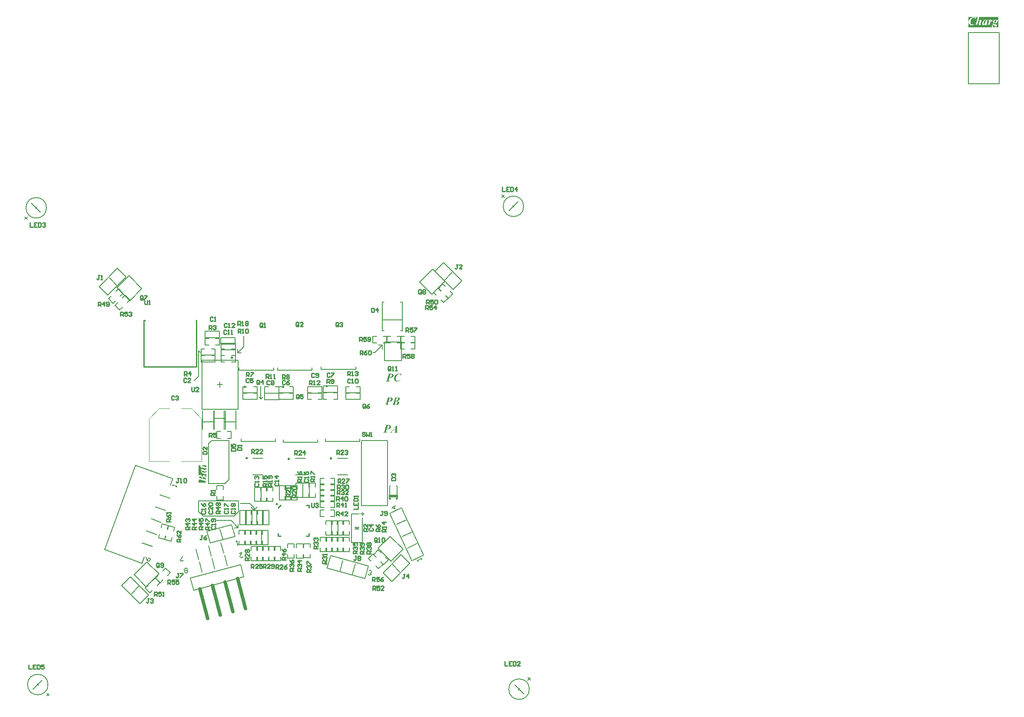
<source format=gto>
G04*
G04 #@! TF.GenerationSoftware,Altium Limited,Altium Designer,20.1.14 (287)*
G04*
G04 Layer_Color=65535*
%FSLAX25Y25*%
%MOIN*%
G70*
G04*
G04 #@! TF.SameCoordinates,3184D8B6-75A7-45C6-B4AC-6B65BD642244*
G04*
G04*
G04 #@! TF.FilePolarity,Positive*
G04*
G01*
G75*
%ADD10C,0.00984*%
%ADD11C,0.01181*%
%ADD12C,0.00787*%
%ADD13C,0.00700*%
%ADD14C,0.01000*%
%ADD15C,0.00591*%
%ADD16C,0.00800*%
%ADD17C,0.00492*%
%ADD18C,0.02520*%
%ADD19C,0.00500*%
%ADD20R,0.06299X0.02400*%
%ADD21R,0.00799X0.03642*%
%ADD22R,0.00740X0.06800*%
%ADD23R,0.01476X0.01280*%
%ADD24R,0.01476X0.01280*%
%ADD25R,0.01083X0.00886*%
%ADD26R,0.01083X0.00787*%
G36*
X214524Y173625D02*
X214369D01*
Y173634D01*
Y173661D01*
X214360Y173697D01*
Y173752D01*
X214351Y173816D01*
X214342Y173889D01*
X214306Y174053D01*
X214260Y174235D01*
X214196Y174426D01*
X214105Y174609D01*
X214051Y174690D01*
X213987Y174763D01*
X213968Y174782D01*
X213923Y174827D01*
X213850Y174882D01*
X213741Y174955D01*
X213613Y175028D01*
X213458Y175082D01*
X213276Y175128D01*
X213076Y175146D01*
X213012D01*
X212976Y175137D01*
X212912Y175128D01*
X212848Y175119D01*
X212693Y175082D01*
X212511Y175018D01*
X212411Y174982D01*
X212311Y174927D01*
X212201Y174864D01*
X212092Y174800D01*
X211973Y174718D01*
X211864Y174627D01*
X211855Y174618D01*
X211837Y174599D01*
X211809Y174572D01*
X211764Y174527D01*
X211709Y174481D01*
X211655Y174408D01*
X211582Y174335D01*
X211509Y174244D01*
X211436Y174135D01*
X211354Y174016D01*
X211272Y173889D01*
X211181Y173752D01*
X211099Y173597D01*
X211017Y173433D01*
X210935Y173251D01*
X210853Y173060D01*
Y173051D01*
X210835Y173023D01*
X210826Y172978D01*
X210798Y172914D01*
X210771Y172832D01*
X210744Y172741D01*
X210716Y172641D01*
X210689Y172531D01*
X210652Y172404D01*
X210625Y172267D01*
X210571Y171985D01*
X210534Y171675D01*
X210516Y171365D01*
Y171356D01*
Y171329D01*
Y171292D01*
X210525Y171247D01*
Y171183D01*
X210534Y171110D01*
X210561Y170946D01*
X210607Y170755D01*
X210671Y170573D01*
X210762Y170390D01*
X210880Y170227D01*
X210889D01*
X210898Y170208D01*
X210953Y170163D01*
X211035Y170099D01*
X211144Y170035D01*
X211290Y169962D01*
X211463Y169899D01*
X211664Y169853D01*
X211773Y169844D01*
X211891Y169835D01*
X211982D01*
X212083Y169844D01*
X212201Y169862D01*
X212347Y169889D01*
X212511Y169926D01*
X212675Y169981D01*
X212839Y170054D01*
X212848D01*
X212857Y170063D01*
X212912Y170099D01*
X212994Y170154D01*
X213112Y170236D01*
X213240Y170336D01*
X213386Y170463D01*
X213549Y170609D01*
X213714Y170791D01*
X213923D01*
X213914Y170782D01*
X213896Y170755D01*
X213868Y170719D01*
X213832Y170664D01*
X213777Y170591D01*
X213723Y170518D01*
X213586Y170345D01*
X213413Y170154D01*
X213231Y169972D01*
X213030Y169798D01*
X212930Y169716D01*
X212830Y169653D01*
X212821D01*
X212802Y169643D01*
X212775Y169625D01*
X212730Y169607D01*
X212675Y169580D01*
X212611Y169552D01*
X212538Y169525D01*
X212456Y169498D01*
X212365Y169461D01*
X212265Y169434D01*
X212037Y169388D01*
X211773Y169352D01*
X211491Y169334D01*
X211390D01*
X211317Y169343D01*
X211226Y169352D01*
X211117Y169370D01*
X210999Y169388D01*
X210880Y169416D01*
X210744Y169443D01*
X210607Y169489D01*
X210461Y169543D01*
X210315Y169607D01*
X210179Y169680D01*
X210033Y169762D01*
X209906Y169862D01*
X209778Y169972D01*
X209769Y169981D01*
X209751Y169999D01*
X209714Y170035D01*
X209678Y170090D01*
X209632Y170154D01*
X209577Y170236D01*
X209514Y170318D01*
X209459Y170427D01*
X209395Y170536D01*
X209331Y170664D01*
X209277Y170810D01*
X209231Y170955D01*
X209195Y171119D01*
X209158Y171283D01*
X209140Y171466D01*
X209131Y171657D01*
Y171666D01*
Y171702D01*
Y171757D01*
X209140Y171821D01*
X209149Y171912D01*
X209158Y172012D01*
X209177Y172131D01*
X209195Y172258D01*
X209222Y172395D01*
X209259Y172540D01*
X209350Y172850D01*
X209404Y173014D01*
X209477Y173178D01*
X209550Y173351D01*
X209641Y173515D01*
X209650Y173524D01*
X209669Y173552D01*
X209696Y173597D01*
X209741Y173661D01*
X209787Y173734D01*
X209860Y173825D01*
X209933Y173925D01*
X210024Y174025D01*
X210124Y174135D01*
X210233Y174253D01*
X210352Y174372D01*
X210489Y174490D01*
X210634Y174609D01*
X210789Y174727D01*
X210953Y174836D01*
X211126Y174945D01*
X211135Y174955D01*
X211172Y174973D01*
X211226Y175000D01*
X211290Y175028D01*
X211381Y175073D01*
X211481Y175119D01*
X211600Y175164D01*
X211737Y175219D01*
X211873Y175274D01*
X212028Y175319D01*
X212356Y175410D01*
X212520Y175437D01*
X212702Y175465D01*
X212875Y175483D01*
X213057Y175492D01*
X213121D01*
X213203Y175483D01*
X213313Y175474D01*
X213440Y175456D01*
X213595Y175428D01*
X213777Y175392D01*
X213968Y175337D01*
X213978D01*
X214014Y175328D01*
X214060Y175310D01*
X214123Y175301D01*
X214242Y175264D01*
X214306Y175255D01*
X214388D01*
X214433Y175264D01*
X214488Y175283D01*
X214561Y175310D01*
X214634Y175356D01*
X214716Y175410D01*
X214797Y175492D01*
X214952D01*
X214524Y173625D01*
D02*
G37*
G36*
X207027Y175346D02*
X207118D01*
X207218Y175337D01*
X207327Y175328D01*
X207555Y175292D01*
X207783Y175255D01*
X208001Y175191D01*
X208102Y175155D01*
X208184Y175110D01*
X208193D01*
X208211Y175091D01*
X208247Y175073D01*
X208284Y175037D01*
X208393Y174945D01*
X208512Y174827D01*
X208630Y174663D01*
X208739Y174463D01*
X208776Y174353D01*
X208812Y174235D01*
X208830Y174098D01*
X208840Y173962D01*
Y173952D01*
Y173925D01*
Y173889D01*
X208830Y173843D01*
X208821Y173779D01*
X208803Y173697D01*
X208785Y173616D01*
X208758Y173524D01*
X208721Y173433D01*
X208676Y173324D01*
X208630Y173215D01*
X208566Y173105D01*
X208484Y172996D01*
X208402Y172887D01*
X208302Y172777D01*
X208184Y172668D01*
X208175Y172659D01*
X208156Y172641D01*
X208120Y172613D01*
X208065Y172586D01*
X208001Y172540D01*
X207920Y172495D01*
X207828Y172440D01*
X207719Y172395D01*
X207601Y172340D01*
X207464Y172285D01*
X207318Y172240D01*
X207163Y172203D01*
X206999Y172167D01*
X206817Y172140D01*
X206626Y172121D01*
X206425Y172112D01*
X206298D01*
X206198Y172121D01*
X206079Y172131D01*
X205943Y172140D01*
X205788Y172158D01*
X205615Y172176D01*
X205150Y170536D01*
Y170518D01*
X205132Y170482D01*
X205123Y170418D01*
X205104Y170345D01*
X205068Y170172D01*
X205059Y170099D01*
X205050Y170035D01*
Y170026D01*
Y169999D01*
X205059Y169962D01*
X205068Y169926D01*
X205104Y169817D01*
X205132Y169771D01*
X205177Y169726D01*
X205187D01*
X205205Y169707D01*
X205241Y169698D01*
X205305Y169680D01*
X205378Y169662D01*
X205487Y169643D01*
X205615Y169634D01*
X205769Y169625D01*
X205715Y169470D01*
X202854D01*
X202900Y169625D01*
X203018D01*
X203100Y169634D01*
X203264Y169653D01*
X203346Y169671D01*
X203410Y169689D01*
X203419D01*
X203437Y169707D01*
X203465Y169716D01*
X203501Y169744D01*
X203583Y169817D01*
X203665Y169917D01*
Y169926D01*
X203683Y169944D01*
X203693Y169981D01*
X203720Y170035D01*
X203747Y170108D01*
X203793Y170217D01*
X203829Y170363D01*
X203856Y170445D01*
X203884Y170536D01*
X204950Y174262D01*
X204959Y174281D01*
X204968Y174326D01*
X204986Y174390D01*
X205013Y174472D01*
X205050Y174654D01*
X205059Y174736D01*
X205068Y174800D01*
Y174809D01*
Y174827D01*
X205059Y174854D01*
X205050Y174900D01*
X205032Y174936D01*
X205004Y174982D01*
X204968Y175028D01*
X204922Y175073D01*
X204913Y175082D01*
X204895Y175091D01*
X204858Y175110D01*
X204804Y175137D01*
X204731Y175155D01*
X204640Y175173D01*
X204531Y175191D01*
X204403Y175201D01*
X204449Y175356D01*
X206945D01*
X207027Y175346D01*
D02*
G37*
G36*
X206338Y157176D02*
X206429D01*
X206529Y157167D01*
X206638Y157158D01*
X206866Y157121D01*
X207094Y157085D01*
X207312Y157021D01*
X207413Y156985D01*
X207495Y156939D01*
X207504D01*
X207522Y156921D01*
X207558Y156903D01*
X207595Y156866D01*
X207704Y156775D01*
X207823Y156657D01*
X207941Y156493D01*
X208050Y156292D01*
X208087Y156183D01*
X208123Y156064D01*
X208141Y155928D01*
X208151Y155791D01*
Y155782D01*
Y155755D01*
Y155718D01*
X208141Y155673D01*
X208132Y155609D01*
X208114Y155527D01*
X208096Y155445D01*
X208069Y155354D01*
X208032Y155263D01*
X207987Y155154D01*
X207941Y155044D01*
X207877Y154935D01*
X207795Y154825D01*
X207713Y154716D01*
X207613Y154607D01*
X207495Y154498D01*
X207486Y154489D01*
X207467Y154470D01*
X207431Y154443D01*
X207376Y154416D01*
X207312Y154370D01*
X207230Y154324D01*
X207139Y154270D01*
X207030Y154224D01*
X206912Y154170D01*
X206775Y154115D01*
X206629Y154069D01*
X206474Y154033D01*
X206310Y153997D01*
X206128Y153969D01*
X205937Y153951D01*
X205736Y153942D01*
X205609D01*
X205509Y153951D01*
X205390Y153960D01*
X205254Y153969D01*
X205099Y153987D01*
X204926Y154006D01*
X204461Y152366D01*
Y152348D01*
X204443Y152311D01*
X204434Y152247D01*
X204415Y152174D01*
X204379Y152001D01*
X204370Y151929D01*
X204361Y151865D01*
Y151856D01*
Y151828D01*
X204370Y151792D01*
X204379Y151755D01*
X204415Y151646D01*
X204443Y151601D01*
X204488Y151555D01*
X204498D01*
X204516Y151537D01*
X204552Y151528D01*
X204616Y151509D01*
X204689Y151491D01*
X204798Y151473D01*
X204926Y151464D01*
X205081Y151455D01*
X205026Y151300D01*
X202165D01*
X202211Y151455D01*
X202329D01*
X202411Y151464D01*
X202575Y151482D01*
X202657Y151500D01*
X202721Y151519D01*
X202730D01*
X202748Y151537D01*
X202776Y151546D01*
X202812Y151573D01*
X202894Y151646D01*
X202976Y151746D01*
Y151755D01*
X202994Y151774D01*
X203004Y151810D01*
X203031Y151865D01*
X203058Y151938D01*
X203104Y152047D01*
X203140Y152193D01*
X203168Y152275D01*
X203195Y152366D01*
X204261Y156092D01*
X204270Y156110D01*
X204279Y156156D01*
X204297Y156219D01*
X204324Y156301D01*
X204361Y156484D01*
X204370Y156566D01*
X204379Y156629D01*
Y156638D01*
Y156657D01*
X204370Y156684D01*
X204361Y156729D01*
X204343Y156766D01*
X204315Y156811D01*
X204279Y156857D01*
X204233Y156903D01*
X204224Y156912D01*
X204206Y156921D01*
X204170Y156939D01*
X204115Y156966D01*
X204042Y156985D01*
X203951Y157003D01*
X203842Y157021D01*
X203714Y157030D01*
X203760Y157185D01*
X206256D01*
X206338Y157176D01*
D02*
G37*
G36*
X211986D02*
X212168Y157167D01*
X212350Y157149D01*
X212523Y157121D01*
X212605Y157112D01*
X212669Y157094D01*
X212678D01*
X212687Y157085D01*
X212742Y157076D01*
X212824Y157048D01*
X212915Y157003D01*
X213024Y156948D01*
X213143Y156884D01*
X213252Y156793D01*
X213352Y156693D01*
X213362Y156684D01*
X213389Y156638D01*
X213434Y156575D01*
X213480Y156493D01*
X213516Y156393D01*
X213562Y156274D01*
X213589Y156147D01*
X213598Y156010D01*
Y156001D01*
Y155955D01*
X213589Y155891D01*
X213571Y155818D01*
X213553Y155718D01*
X213516Y155609D01*
X213462Y155491D01*
X213398Y155372D01*
X213389Y155354D01*
X213362Y155317D01*
X213316Y155254D01*
X213252Y155181D01*
X213170Y155099D01*
X213070Y155008D01*
X212952Y154917D01*
X212815Y154835D01*
X212797Y154825D01*
X212778Y154816D01*
X212742Y154798D01*
X212706Y154780D01*
X212651Y154762D01*
X212596Y154734D01*
X212523Y154707D01*
X212451Y154680D01*
X212359Y154653D01*
X212268Y154616D01*
X212159Y154589D01*
X212041Y154552D01*
X211922Y154516D01*
X211786Y154489D01*
X211640Y154452D01*
X211649D01*
X211676Y154443D01*
X211722Y154425D01*
X211776Y154406D01*
X211840Y154388D01*
X211922Y154361D01*
X212095Y154288D01*
X212287Y154197D01*
X212478Y154097D01*
X212651Y153978D01*
X212733Y153915D01*
X212797Y153851D01*
X212815Y153833D01*
X212851Y153787D01*
X212897Y153714D01*
X212961Y153614D01*
X213024Y153496D01*
X213070Y153350D01*
X213106Y153195D01*
X213125Y153022D01*
Y153013D01*
Y153004D01*
Y152976D01*
X213116Y152949D01*
X213106Y152858D01*
X213088Y152749D01*
X213043Y152612D01*
X212988Y152457D01*
X212915Y152302D01*
X212806Y152138D01*
Y152129D01*
X212788Y152120D01*
X212751Y152065D01*
X212678Y151992D01*
X212587Y151892D01*
X212469Y151792D01*
X212323Y151683D01*
X212159Y151582D01*
X211977Y151500D01*
X211968D01*
X211949Y151491D01*
X211922Y151482D01*
X211877Y151473D01*
X211813Y151455D01*
X211740Y151437D01*
X211649Y151418D01*
X211549Y151400D01*
X211421Y151382D01*
X211284Y151364D01*
X211130Y151346D01*
X210957Y151327D01*
X210765Y151318D01*
X210556Y151309D01*
X210328Y151300D01*
X207631D01*
X207695Y151455D01*
X207814D01*
X207886Y151464D01*
X208050Y151482D01*
X208123Y151500D01*
X208187Y151519D01*
X208196D01*
X208214Y151528D01*
X208242Y151546D01*
X208278Y151564D01*
X208360Y151628D01*
X208433Y151719D01*
X208442Y151728D01*
X208451Y151746D01*
X208470Y151783D01*
X208497Y151847D01*
X208533Y151919D01*
X208570Y152020D01*
X208615Y152147D01*
X208661Y152293D01*
X209699Y155910D01*
Y155919D01*
X209708Y155937D01*
X209717Y155964D01*
X209727Y156001D01*
X209745Y156092D01*
X209781Y156210D01*
X209809Y156338D01*
X209827Y156456D01*
X209845Y156566D01*
X209854Y156657D01*
Y156666D01*
Y156684D01*
X209845Y156711D01*
X209836Y156739D01*
X209800Y156821D01*
X209772Y156866D01*
X209727Y156903D01*
X209717Y156912D01*
X209699Y156921D01*
X209663Y156939D01*
X209608Y156957D01*
X209535Y156985D01*
X209435Y157003D01*
X209317Y157021D01*
X209171Y157030D01*
X209216Y157185D01*
X211813D01*
X211986Y157176D01*
D02*
G37*
G36*
X205058Y135976D02*
X205149D01*
X205250Y135967D01*
X205359Y135958D01*
X205587Y135922D01*
X205814Y135885D01*
X206033Y135821D01*
X206133Y135785D01*
X206215Y135739D01*
X206224D01*
X206242Y135721D01*
X206279Y135703D01*
X206315Y135667D01*
X206425Y135575D01*
X206543Y135457D01*
X206662Y135293D01*
X206771Y135093D01*
X206807Y134983D01*
X206844Y134865D01*
X206862Y134728D01*
X206871Y134592D01*
Y134582D01*
Y134555D01*
Y134519D01*
X206862Y134473D01*
X206853Y134409D01*
X206835Y134327D01*
X206816Y134245D01*
X206789Y134154D01*
X206753Y134063D01*
X206707Y133954D01*
X206662Y133845D01*
X206598Y133735D01*
X206516Y133626D01*
X206434Y133517D01*
X206334Y133407D01*
X206215Y133298D01*
X206206Y133289D01*
X206188Y133271D01*
X206151Y133243D01*
X206097Y133216D01*
X206033Y133170D01*
X205951Y133125D01*
X205860Y133070D01*
X205751Y133025D01*
X205632Y132970D01*
X205496Y132915D01*
X205350Y132870D01*
X205195Y132833D01*
X205031Y132797D01*
X204849Y132770D01*
X204657Y132751D01*
X204457Y132742D01*
X204329D01*
X204229Y132751D01*
X204111Y132761D01*
X203974Y132770D01*
X203819Y132788D01*
X203646Y132806D01*
X203182Y131166D01*
Y131148D01*
X203163Y131112D01*
X203154Y131048D01*
X203136Y130975D01*
X203100Y130802D01*
X203091Y130729D01*
X203081Y130665D01*
Y130656D01*
Y130629D01*
X203091Y130592D01*
X203100Y130556D01*
X203136Y130447D01*
X203163Y130401D01*
X203209Y130355D01*
X203218D01*
X203236Y130337D01*
X203273Y130328D01*
X203336Y130310D01*
X203409Y130292D01*
X203519Y130273D01*
X203646Y130264D01*
X203801Y130255D01*
X203746Y130100D01*
X200886D01*
X200931Y130255D01*
X201050D01*
X201132Y130264D01*
X201296Y130282D01*
X201378Y130301D01*
X201442Y130319D01*
X201451D01*
X201469Y130337D01*
X201496Y130346D01*
X201533Y130374D01*
X201615Y130447D01*
X201697Y130547D01*
Y130556D01*
X201715Y130574D01*
X201724Y130611D01*
X201751Y130665D01*
X201779Y130738D01*
X201824Y130847D01*
X201861Y130993D01*
X201888Y131075D01*
X201915Y131166D01*
X202981Y134892D01*
X202990Y134910D01*
X202999Y134956D01*
X203018Y135020D01*
X203045Y135102D01*
X203081Y135284D01*
X203091Y135366D01*
X203100Y135430D01*
Y135439D01*
Y135457D01*
X203091Y135484D01*
X203081Y135530D01*
X203063Y135566D01*
X203036Y135612D01*
X202999Y135657D01*
X202954Y135703D01*
X202945Y135712D01*
X202926Y135721D01*
X202890Y135739D01*
X202835Y135767D01*
X202763Y135785D01*
X202671Y135803D01*
X202562Y135821D01*
X202434Y135830D01*
X202480Y135985D01*
X204976D01*
X205058Y135976D01*
D02*
G37*
G36*
X211399Y131294D02*
Y131275D01*
Y131230D01*
Y131175D01*
Y131093D01*
X211390Y131020D01*
Y130948D01*
Y130884D01*
Y130838D01*
Y130829D01*
Y130793D01*
X211399Y130738D01*
X211408Y130674D01*
X211444Y130528D01*
X211472Y130456D01*
X211508Y130401D01*
X211517Y130392D01*
X211535Y130383D01*
X211563Y130355D01*
X211599Y130337D01*
X211654Y130310D01*
X211727Y130282D01*
X211809Y130264D01*
X211900Y130255D01*
X211854Y130100D01*
X209322D01*
X209367Y130255D01*
X209385D01*
X209431Y130264D01*
X209486D01*
X209559Y130273D01*
X209641Y130282D01*
X209704Y130292D01*
X209759Y130301D01*
X209795Y130310D01*
X209805D01*
X209814Y130319D01*
X209868Y130365D01*
X209905Y130401D01*
X209941Y130447D01*
X209978Y130501D01*
X210014Y130565D01*
X210023Y130574D01*
X210032Y130601D01*
X210051Y130656D01*
X210069Y130729D01*
X210087Y130820D01*
X210114Y130938D01*
X210133Y131084D01*
X210142Y131248D01*
X210178Y131995D01*
X208356D01*
X207992Y131540D01*
X207573Y131039D01*
X207563Y131030D01*
X207554Y131011D01*
X207527Y130984D01*
X207500Y130948D01*
X207445Y130847D01*
X207390Y130747D01*
X207381Y130729D01*
X207372Y130683D01*
X207354Y130620D01*
X207345Y130547D01*
Y130528D01*
X207363Y130483D01*
X207390Y130428D01*
X207418Y130392D01*
X207454Y130355D01*
X207463D01*
X207482Y130337D01*
X207509Y130328D01*
X207545Y130310D01*
X207600Y130292D01*
X207664Y130273D01*
X207736Y130264D01*
X207828Y130255D01*
Y130100D01*
X206079D01*
X206115Y130255D01*
X206124D01*
X206151Y130264D01*
X206197Y130273D01*
X206261Y130292D01*
X206388Y130337D01*
X206534Y130419D01*
X206543Y130428D01*
X206580Y130456D01*
X206634Y130501D01*
X206707Y130574D01*
X206807Y130674D01*
X206926Y130793D01*
X207062Y130948D01*
X207226Y131139D01*
X211399Y136122D01*
X211590D01*
X211399Y131294D01*
D02*
G37*
G36*
X65255Y105177D02*
D01*
Y91831D01*
X65137D01*
D01*
Y97798D01*
D01*
Y94527D01*
X65128Y94755D01*
X65119Y94964D01*
X65110Y95156D01*
X65092Y95329D01*
X65073Y95484D01*
X65055Y95621D01*
X65037Y95748D01*
X65019Y95848D01*
X65000Y95939D01*
X64982Y96012D01*
X64964Y96076D01*
X64955Y96122D01*
X64946Y96149D01*
X64937Y96167D01*
Y96176D01*
X64855Y96358D01*
X64754Y96522D01*
X64645Y96668D01*
X64545Y96786D01*
X64445Y96878D01*
X64372Y96951D01*
X64317Y96987D01*
X64308Y97005D01*
X64299D01*
X64135Y97114D01*
X63980Y97187D01*
X63825Y97242D01*
X63688Y97288D01*
X63579Y97306D01*
X63488Y97315D01*
X63461Y97324D01*
X63433D01*
X63424D01*
X63415D01*
X63242Y97306D01*
X63087Y97269D01*
X62941Y97224D01*
X62823Y97160D01*
X62723Y97096D01*
X62650Y97051D01*
X62604Y97014D01*
X62586Y96996D01*
X62523Y96932D01*
X62459Y96850D01*
X62340Y96677D01*
X62240Y96486D01*
X62149Y96295D01*
X62076Y96122D01*
X62049Y96039D01*
X62031Y95976D01*
X62012Y95921D01*
X61994Y95876D01*
X61985Y95848D01*
Y95839D01*
X61949Y95985D01*
X61921Y96122D01*
X61885Y96240D01*
X61848Y96358D01*
X61821Y96468D01*
X61785Y96559D01*
X61757Y96650D01*
X61730Y96723D01*
X61703Y96796D01*
X61675Y96850D01*
X61657Y96905D01*
X61639Y96941D01*
X61621Y96978D01*
X61611Y96996D01*
X61602Y97014D01*
X61520Y97151D01*
X61429Y97269D01*
X61338Y97370D01*
X61256Y97452D01*
X61183Y97515D01*
X61120Y97561D01*
X61083Y97588D01*
X61065Y97597D01*
X60946Y97661D01*
X60828Y97716D01*
X60719Y97752D01*
X60619Y97770D01*
X60546Y97789D01*
X60482Y97798D01*
X60427D01*
X60290Y97789D01*
X60163Y97761D01*
X60044Y97716D01*
X59944Y97679D01*
X59862Y97634D01*
X59799Y97588D01*
X59753Y97561D01*
X59744Y97552D01*
X59644Y97452D01*
X59553Y97342D01*
X59489Y97224D01*
X59434Y97114D01*
X59389Y97023D01*
X59361Y96941D01*
X59352Y96887D01*
X59343Y96878D01*
Y96868D01*
X59325Y96805D01*
X59316Y96723D01*
X59288Y96550D01*
X59270Y96368D01*
X59261Y96185D01*
X59252Y96012D01*
Y97798D01*
D01*
Y105177D01*
X65137D01*
X61238D01*
X65255D01*
D01*
D02*
G37*
G36*
X60464Y96404D02*
X60600Y96377D01*
X60728Y96349D01*
X60846Y96313D01*
X60946Y96267D01*
X61019Y96240D01*
X61074Y96213D01*
X61083Y96204D01*
X61092D01*
X61229Y96122D01*
X61356Y96039D01*
X61457Y95948D01*
X61529Y95857D01*
X61593Y95784D01*
X61639Y95721D01*
X61666Y95684D01*
X61675Y95666D01*
X61730Y95529D01*
X61775Y95384D01*
X61803Y95229D01*
X61830Y95083D01*
X61839Y94946D01*
X61848Y94846D01*
Y94746D01*
X59580Y95402D01*
X59571Y95639D01*
X59580Y95766D01*
X59598Y95876D01*
X59635Y95967D01*
X59671Y96049D01*
X59707Y96112D01*
X59744Y96158D01*
X59771Y96185D01*
X59780Y96194D01*
X59862Y96267D01*
X59953Y96322D01*
X60044Y96358D01*
X60136Y96386D01*
X60208Y96404D01*
X60272Y96413D01*
X60309D01*
X60327D01*
X60464Y96404D01*
D02*
G37*
G36*
X63342Y95921D02*
X63552Y95876D01*
X63752Y95821D01*
X63925Y95748D01*
X64071Y95675D01*
X64126Y95648D01*
X64180Y95621D01*
X64217Y95593D01*
X64244Y95575D01*
X64262Y95566D01*
X64272Y95557D01*
X64363Y95484D01*
X64445Y95393D01*
X64518Y95293D01*
X64581Y95192D01*
X64636Y95083D01*
X64682Y94974D01*
X64745Y94755D01*
X64782Y94546D01*
X64791Y94463D01*
X64800Y94381D01*
X64809Y94318D01*
Y93908D01*
X62176Y94655D01*
Y94846D01*
X62195Y95001D01*
X62204Y95129D01*
X62222Y95238D01*
X62240Y95311D01*
X62249Y95365D01*
X62267Y95402D01*
Y95411D01*
X62304Y95493D01*
X62358Y95566D01*
X62404Y95630D01*
X62459Y95684D01*
X62513Y95730D01*
X62550Y95757D01*
X62577Y95775D01*
X62586Y95784D01*
X62677Y95839D01*
X62768Y95876D01*
X62850Y95903D01*
X62932Y95921D01*
X63005Y95930D01*
X63060Y95939D01*
X63105D01*
X63115D01*
X63342Y95921D01*
D02*
G37*
G36*
X59872Y94044D02*
X59981Y94026D01*
X60099Y94008D01*
X60227Y93981D01*
X60345Y93944D01*
X60436Y93926D01*
X60473Y93917D01*
X60500Y93908D01*
X60518Y93899D01*
X60527D01*
X64144Y92860D01*
X64290Y92815D01*
X64417Y92769D01*
X64518Y92733D01*
X64590Y92696D01*
X64654Y92669D01*
X64691Y92651D01*
X64709Y92642D01*
X64718Y92632D01*
X64809Y92559D01*
X64873Y92478D01*
X64891Y92441D01*
X64909Y92414D01*
X64918Y92396D01*
Y92386D01*
X64937Y92323D01*
X64955Y92250D01*
X64973Y92086D01*
X64982Y92013D01*
Y91895D01*
X65137Y91831D01*
X59252D01*
Y93416D01*
X59407Y93370D01*
X59416Y93516D01*
X59434Y93634D01*
X59452Y93735D01*
X59480Y93808D01*
X59498Y93862D01*
X59516Y93899D01*
X59525Y93917D01*
X59534Y93926D01*
X59571Y93972D01*
X59616Y93999D01*
X59698Y94035D01*
X59726Y94044D01*
X59753Y94054D01*
X59771D01*
X59780D01*
X59872Y94044D01*
D02*
G37*
G36*
X655584Y449131D02*
X655502Y449076D01*
X655473Y449058D01*
X655430Y449030D01*
X655357Y449003D01*
X655302Y448985D01*
X655257Y448976D01*
X655174D01*
X655111Y448985D01*
X654992Y449021D01*
X654928Y449030D01*
X654883Y449049D01*
X654846Y449058D01*
X654837D01*
X654646Y449112D01*
X654464Y449149D01*
X654309Y449176D01*
X654181Y449194D01*
X654072Y449203D01*
X653990Y449213D01*
X655666D01*
X655584Y449131D01*
D02*
G37*
G36*
X653744Y449203D02*
X653571Y449185D01*
X653389Y449158D01*
X653225Y449131D01*
X652897Y449040D01*
X652742Y448994D01*
X652605Y448939D01*
X652469Y448885D01*
X652350Y448839D01*
X652250Y448794D01*
X652159Y448748D01*
X652095Y448721D01*
X652041Y448693D01*
X652004Y448675D01*
X651995Y448666D01*
X651822Y448557D01*
X651658Y448447D01*
X651503Y448329D01*
X651357Y448210D01*
X651221Y448092D01*
X651102Y447974D01*
X650993Y447855D01*
X650893Y447746D01*
X650802Y447646D01*
X650729Y447545D01*
X650656Y447454D01*
X650610Y447381D01*
X650565Y447318D01*
X650537Y447272D01*
X650519Y447245D01*
X650510Y447236D01*
X650419Y447072D01*
X650346Y446899D01*
X650273Y446735D01*
X650219Y446571D01*
X650128Y446261D01*
X650091Y446115D01*
X650064Y445978D01*
X650046Y445851D01*
X650027Y445733D01*
X650018Y445632D01*
X650009Y445541D01*
X650000Y445477D01*
Y449213D01*
X653926D01*
X653744Y449203D01*
D02*
G37*
G36*
X659839Y449213D02*
X672757D01*
Y443191D01*
Y441269D01*
X672234D01*
X672757D01*
D01*
X650000D01*
Y443191D01*
Y445377D01*
X650009Y445186D01*
X650027Y445004D01*
X650064Y444840D01*
X650100Y444676D01*
X650146Y444530D01*
X650200Y444384D01*
X650264Y444257D01*
X650328Y444147D01*
X650383Y444038D01*
X650446Y443956D01*
X650501Y443874D01*
X650547Y443810D01*
X650583Y443756D01*
X650620Y443719D01*
X650638Y443701D01*
X650647Y443692D01*
X650774Y443583D01*
X650902Y443482D01*
X651048Y443400D01*
X651184Y443328D01*
X651330Y443264D01*
X651476Y443209D01*
X651613Y443164D01*
X651749Y443136D01*
X651868Y443109D01*
X651986Y443091D01*
X652095Y443073D01*
X652186Y443063D01*
X652259Y443054D01*
X652359D01*
X652642Y443073D01*
X652906Y443109D01*
X653134Y443154D01*
X653234Y443182D01*
X653325Y443218D01*
X653407Y443246D01*
X653480Y443273D01*
X653544Y443300D01*
X653598Y443328D01*
X653644Y443346D01*
X653671Y443364D01*
X653689Y443373D01*
X653699D01*
X653799Y443437D01*
X653899Y443519D01*
X654100Y443692D01*
X654282Y443874D01*
X654455Y444065D01*
X654591Y444239D01*
X654646Y444311D01*
X654701Y444384D01*
X654737Y444439D01*
X654765Y444475D01*
X654783Y444503D01*
X654792Y444512D01*
X654582D01*
X654418Y444330D01*
X654254Y444184D01*
X654109Y444056D01*
X653981Y443956D01*
X653863Y443874D01*
X653781Y443820D01*
X653726Y443783D01*
X653717Y443774D01*
X653708D01*
X653544Y443701D01*
X653380Y443646D01*
X653216Y443610D01*
X653070Y443583D01*
X652952Y443564D01*
X652851Y443555D01*
X652760D01*
X652642Y443564D01*
X652533Y443574D01*
X652332Y443619D01*
X652159Y443683D01*
X652013Y443756D01*
X651904Y443820D01*
X651822Y443883D01*
X651767Y443929D01*
X651758Y443947D01*
X651749D01*
X651631Y444111D01*
X651540Y444293D01*
X651476Y444475D01*
X651430Y444667D01*
X651403Y444831D01*
X651394Y444904D01*
Y444967D01*
X651385Y445013D01*
Y445049D01*
Y445077D01*
Y445086D01*
X651403Y445396D01*
X651439Y445705D01*
X651494Y445988D01*
X651521Y446124D01*
X651558Y446252D01*
X651585Y446361D01*
X651613Y446461D01*
X651640Y446553D01*
X651667Y446634D01*
X651694Y446698D01*
X651704Y446744D01*
X651722Y446771D01*
Y446780D01*
X651804Y446972D01*
X651886Y447154D01*
X651968Y447318D01*
X652050Y447473D01*
X652141Y447609D01*
X652223Y447737D01*
X652305Y447855D01*
X652378Y447964D01*
X652451Y448056D01*
X652524Y448129D01*
X652578Y448201D01*
X652633Y448247D01*
X652678Y448292D01*
X652706Y448320D01*
X652724Y448338D01*
X652733Y448347D01*
X652842Y448438D01*
X652961Y448520D01*
X653070Y448584D01*
X653179Y448648D01*
X653280Y448702D01*
X653380Y448739D01*
X653562Y448803D01*
X653717Y448839D01*
X653781Y448848D01*
X653844Y448857D01*
X653881Y448866D01*
X653945D01*
X654145Y448848D01*
X654327Y448803D01*
X654482Y448748D01*
X654610Y448675D01*
X654719Y448602D01*
X654792Y448548D01*
X654837Y448502D01*
X654856Y448484D01*
X654919Y448411D01*
X654974Y448329D01*
X655065Y448147D01*
X655129Y447955D01*
X655174Y447773D01*
X655211Y447609D01*
X655220Y447536D01*
X655229Y447473D01*
Y447418D01*
X655238Y447381D01*
Y447354D01*
Y447345D01*
X655393D01*
X655462Y447646D01*
X655821Y449213D01*
X658017D01*
X656523Y448948D01*
X656486Y448775D01*
X656577D01*
X656659Y448766D01*
X656723Y448757D01*
X656778Y448739D01*
X656823Y448730D01*
X656851Y448711D01*
X656869Y448702D01*
X656878D01*
X656915Y448675D01*
X656933Y448648D01*
X656969Y448593D01*
X656978Y448548D01*
Y448538D01*
Y448529D01*
X656969Y448475D01*
X656960Y448402D01*
X656933Y448256D01*
X656915Y448192D01*
X656896Y448138D01*
X656887Y448101D01*
Y448083D01*
X655821Y444460D01*
X655448Y443191D01*
X656532D01*
X656915Y444475D01*
X657024Y444685D01*
X657133Y444876D01*
X657242Y445049D01*
X657343Y445213D01*
X657443Y445368D01*
X657543Y445505D01*
X657634Y445623D01*
X657716Y445733D01*
X657798Y445833D01*
X657862Y445915D01*
X657926Y445988D01*
X657980Y446042D01*
X658026Y446088D01*
X658053Y446115D01*
X658072Y446133D01*
X658081Y446142D01*
X658181Y446234D01*
X658272Y446297D01*
X658354Y446343D01*
X658418Y446370D01*
X658463Y446398D01*
X658500Y446407D01*
X658527D01*
X658563Y446398D01*
X658591Y446388D01*
X658609Y446370D01*
X658618Y446361D01*
X658636Y446334D01*
X658654Y446307D01*
Y446288D01*
Y446279D01*
Y446243D01*
X658645Y446206D01*
X658627Y446115D01*
X658618Y446070D01*
X658609Y446033D01*
X658600Y446015D01*
Y446006D01*
X658008Y444157D01*
X657971Y444038D01*
X657944Y443929D01*
X657926Y443838D01*
X657917Y443756D01*
X657907Y443701D01*
X657898Y443655D01*
Y443628D01*
Y443619D01*
X657907Y443546D01*
X657926Y443473D01*
X657944Y443419D01*
X657971Y443364D01*
X657999Y443328D01*
X658026Y443300D01*
X658035Y443282D01*
X658044Y443273D01*
X658108Y443227D01*
X658181Y443191D01*
X658245Y443173D01*
X658317Y443154D01*
X658381Y443145D01*
X658427Y443136D01*
X658472D01*
X658591Y443145D01*
X658700Y443173D01*
X658809Y443209D01*
X658910Y443246D01*
X659001Y443282D01*
X659064Y443318D01*
X659101Y443346D01*
X659119Y443355D01*
X659247Y443455D01*
X659374Y443583D01*
X659493Y443719D01*
X659602Y443856D01*
X659702Y443993D01*
X659775Y444093D01*
X659802Y444138D01*
X659821Y444166D01*
X659839Y444184D01*
Y444229D01*
Y444193D01*
X659666Y444293D01*
X659611Y444211D01*
X659565Y444157D01*
X659547Y444120D01*
X659538Y444111D01*
X659483Y444029D01*
X659429Y443956D01*
X659374Y443901D01*
X659329Y443847D01*
X659292Y443810D01*
X659265Y443783D01*
X659247Y443774D01*
X659237Y443765D01*
X659201Y443738D01*
X659165Y443728D01*
X659146Y443719D01*
X659137D01*
X659110Y443728D01*
X659083Y443738D01*
X659074Y443747D01*
X659064D01*
X659046Y443774D01*
X659037Y443801D01*
Y443820D01*
Y443829D01*
Y443865D01*
X659046Y443911D01*
X659074Y444020D01*
X659092Y444065D01*
X659101Y444111D01*
X659110Y444138D01*
Y444147D01*
X659711Y445988D01*
X659748Y446115D01*
X659784Y446224D01*
X659802Y446325D01*
X659811Y446407D01*
X659821Y446480D01*
X659830Y446525D01*
Y446562D01*
Y446571D01*
X659821Y446671D01*
X659802Y446762D01*
X659775Y446835D01*
X659748Y446908D01*
X659720Y446953D01*
X659693Y446999D01*
X659675Y447017D01*
X659666Y447026D01*
X659602Y447090D01*
X659538Y447135D01*
X659474Y447163D01*
X659411Y447190D01*
X659356Y447199D01*
X659310Y447208D01*
X659274D01*
X659174Y447199D01*
X659074Y447181D01*
X658983Y447163D01*
X658900Y447135D01*
X658828Y447099D01*
X658764Y447081D01*
X658727Y447063D01*
X658718Y447053D01*
X658609Y446981D01*
X658491Y446899D01*
X658372Y446798D01*
X658263Y446698D01*
X658163Y446607D01*
X658090Y446534D01*
X658035Y446480D01*
X658026Y446470D01*
X658017Y446461D01*
X657962Y446398D01*
X657898Y446325D01*
X657762Y446152D01*
X657616Y445960D01*
X657479Y445769D01*
X657343Y445587D01*
X657288Y445505D01*
X657242Y445432D01*
X657197Y445377D01*
X657170Y445332D01*
X657151Y445304D01*
X657142Y445295D01*
X658281Y449213D01*
X659839D01*
D01*
D02*
G37*
%LPC*%
G36*
X206617Y175009D02*
X206498D01*
X206416Y175000D01*
X205715Y172513D01*
X205724D01*
X205760Y172504D01*
X205815D01*
X205879Y172495D01*
X206025Y172486D01*
X206179Y172477D01*
X206234D01*
X206280Y172486D01*
X206389Y172504D01*
X206517Y172540D01*
X206662Y172604D01*
X206744Y172650D01*
X206817Y172705D01*
X206899Y172768D01*
X206972Y172841D01*
X207045Y172923D01*
X207109Y173014D01*
Y173023D01*
X207127Y173041D01*
X207145Y173069D01*
X207163Y173105D01*
X207191Y173160D01*
X207218Y173215D01*
X207282Y173360D01*
X207346Y173533D01*
X207400Y173725D01*
X207437Y173934D01*
X207455Y174153D01*
Y174162D01*
Y174171D01*
Y174217D01*
X207446Y174299D01*
X207428Y174390D01*
X207400Y174490D01*
X207355Y174590D01*
X207300Y174690D01*
X207227Y174782D01*
X207218Y174791D01*
X207191Y174818D01*
X207136Y174854D01*
X207072Y174900D01*
X206981Y174936D01*
X206881Y174973D01*
X206753Y175000D01*
X206617Y175009D01*
D02*
G37*
G36*
X205928Y156839D02*
X205809D01*
X205727Y156830D01*
X205026Y154343D01*
X205035D01*
X205071Y154334D01*
X205126D01*
X205190Y154324D01*
X205336Y154315D01*
X205490Y154306D01*
X205545D01*
X205591Y154315D01*
X205700Y154334D01*
X205828Y154370D01*
X205973Y154434D01*
X206055Y154479D01*
X206128Y154534D01*
X206210Y154598D01*
X206283Y154671D01*
X206356Y154753D01*
X206420Y154844D01*
Y154853D01*
X206438Y154871D01*
X206456Y154898D01*
X206474Y154935D01*
X206502Y154990D01*
X206529Y155044D01*
X206593Y155190D01*
X206657Y155363D01*
X206711Y155554D01*
X206748Y155764D01*
X206766Y155982D01*
Y155992D01*
Y156001D01*
Y156046D01*
X206757Y156128D01*
X206739Y156219D01*
X206711Y156320D01*
X206666Y156420D01*
X206611Y156520D01*
X206538Y156611D01*
X206529Y156620D01*
X206502Y156648D01*
X206447Y156684D01*
X206383Y156729D01*
X206292Y156766D01*
X206192Y156802D01*
X206064Y156830D01*
X205928Y156839D01*
D02*
G37*
G36*
X211439Y156866D02*
X211203Y156857D01*
X210546Y154589D01*
X210647D01*
X210747Y154598D01*
X210884Y154607D01*
X211029Y154634D01*
X211184Y154662D01*
X211330Y154707D01*
X211467Y154762D01*
X211485Y154771D01*
X211521Y154798D01*
X211585Y154844D01*
X211658Y154908D01*
X211749Y154980D01*
X211840Y155081D01*
X211922Y155208D01*
X212004Y155345D01*
Y155354D01*
X212013Y155363D01*
X212041Y155418D01*
X212068Y155491D01*
X212113Y155591D01*
X212150Y155709D01*
X212177Y155837D01*
X212205Y155973D01*
X212214Y156110D01*
Y156128D01*
Y156165D01*
X212205Y156228D01*
X212186Y156301D01*
X212159Y156393D01*
X212123Y156484D01*
X212068Y156575D01*
X211995Y156657D01*
X211986Y156666D01*
X211959Y156693D01*
X211913Y156729D01*
X211849Y156766D01*
X211767Y156802D01*
X211676Y156839D01*
X211567Y156857D01*
X211439Y156866D01*
D02*
G37*
G36*
X210647Y154261D02*
X210455D01*
X209708Y151628D01*
X210118D01*
X210182Y151637D01*
X210264Y151646D01*
X210346Y151655D01*
X210556Y151692D01*
X210774Y151755D01*
X210884Y151801D01*
X210993Y151856D01*
X211093Y151919D01*
X211193Y151992D01*
X211284Y152074D01*
X211357Y152165D01*
X211366Y152174D01*
X211376Y152193D01*
X211394Y152220D01*
X211421Y152257D01*
X211448Y152311D01*
X211476Y152366D01*
X211549Y152512D01*
X211621Y152685D01*
X211676Y152885D01*
X211722Y153095D01*
X211740Y153322D01*
Y153331D01*
Y153377D01*
X211731Y153432D01*
X211722Y153505D01*
X211703Y153587D01*
X211676Y153669D01*
X211640Y153760D01*
X211585Y153851D01*
X211576Y153860D01*
X211558Y153887D01*
X211530Y153924D01*
X211485Y153978D01*
X211430Y154033D01*
X211366Y154078D01*
X211294Y154133D01*
X211212Y154170D01*
X211203D01*
X211166Y154188D01*
X211111Y154197D01*
X211038Y154215D01*
X210929Y154233D01*
X210802Y154243D01*
X210647Y154261D01*
D02*
G37*
G36*
X204648Y135639D02*
X204530D01*
X204448Y135630D01*
X203746Y133143D01*
X203755D01*
X203792Y133134D01*
X203847D01*
X203910Y133125D01*
X204056Y133116D01*
X204211Y133107D01*
X204266D01*
X204311Y133116D01*
X204420Y133134D01*
X204548Y133170D01*
X204694Y133234D01*
X204776Y133280D01*
X204849Y133334D01*
X204931Y133398D01*
X205003Y133471D01*
X205076Y133553D01*
X205140Y133644D01*
Y133653D01*
X205158Y133671D01*
X205177Y133699D01*
X205195Y133735D01*
X205222Y133790D01*
X205250Y133845D01*
X205313Y133990D01*
X205377Y134163D01*
X205432Y134355D01*
X205468Y134564D01*
X205486Y134783D01*
Y134792D01*
Y134801D01*
Y134847D01*
X205477Y134929D01*
X205459Y135020D01*
X205432Y135120D01*
X205386Y135220D01*
X205331Y135320D01*
X205259Y135412D01*
X205250Y135421D01*
X205222Y135448D01*
X205168Y135484D01*
X205104Y135530D01*
X205013Y135566D01*
X204912Y135603D01*
X204785Y135630D01*
X204648Y135639D01*
D02*
G37*
G36*
X210287Y134273D02*
X208657Y132351D01*
X210178D01*
X210287Y134273D01*
D02*
G37*
G36*
X60054Y105177D02*
Y105049D01*
D01*
Y105177D01*
D02*
G37*
G36*
X61238D02*
D01*
Y104685D01*
X60054Y105049D01*
Y104813D01*
X60263Y104612D01*
X60454Y104439D01*
X60600Y104275D01*
X60728Y104138D01*
X60828Y104029D01*
X60892Y103947D01*
X60937Y103892D01*
X60946Y103883D01*
Y103874D01*
X61047Y103719D01*
X61138Y103564D01*
X61220Y103410D01*
X61283Y103264D01*
X61338Y103145D01*
X61384Y103045D01*
X61402Y103009D01*
X61411Y102981D01*
X61420Y102963D01*
Y102954D01*
X61739Y102881D01*
Y103437D01*
X64089Y102699D01*
X64226Y102653D01*
X64354Y102626D01*
X64463Y102599D01*
X64563Y102590D01*
X64636Y102580D01*
X64691Y102571D01*
X60054D01*
X65255D01*
Y103200D01*
X65246Y103328D01*
X65219Y103455D01*
X65183Y103574D01*
X65137Y103683D01*
X65092Y103774D01*
X65055Y103838D01*
X65028Y103883D01*
X65019Y103902D01*
X64918Y104038D01*
X64791Y104156D01*
X64672Y104275D01*
X64545Y104375D01*
X64426Y104448D01*
X64335Y104512D01*
X64299Y104539D01*
X64272Y104557D01*
X64262Y104567D01*
X64253D01*
X64153Y104412D01*
X64290Y104321D01*
X64399Y104229D01*
X64490Y104147D01*
X64563Y104084D01*
X64618Y104029D01*
X64663Y103983D01*
X64682Y103956D01*
X64691Y103947D01*
X64718Y103892D01*
X64736Y103847D01*
X64745Y103810D01*
Y103792D01*
X64736Y103765D01*
X64727Y103737D01*
X64718Y103719D01*
Y103710D01*
X64691Y103692D01*
X64672Y103683D01*
X64654Y103674D01*
X64645D01*
X64600D01*
X64536Y103683D01*
X64426Y103710D01*
X64372Y103728D01*
X64326Y103737D01*
X64299Y103747D01*
X64290D01*
X61739Y104539D01*
Y105022D01*
X61238Y105177D01*
D02*
G37*
G36*
X65255Y102243D02*
D01*
Y100704D01*
X65246Y100850D01*
X65219Y100986D01*
X65174Y101114D01*
X65128Y101232D01*
X65082Y101323D01*
X65037Y101387D01*
X65009Y101433D01*
X65000Y101451D01*
X64891Y101578D01*
X64763Y101706D01*
X64627Y101815D01*
X64490Y101916D01*
X64372Y101997D01*
X64272Y102052D01*
X64235Y102079D01*
X64208Y102098D01*
X64190Y102107D01*
X64180D01*
X64099Y101952D01*
X64217Y101870D01*
X64308Y101806D01*
X64381Y101751D01*
X64426Y101715D01*
X64463Y101688D01*
X64481Y101670D01*
X64499Y101651D01*
X64545Y101597D01*
X64581Y101542D01*
X64600Y101505D01*
X64618Y101469D01*
X64636Y101424D01*
Y101405D01*
X64627Y101378D01*
X64618Y101351D01*
X64609Y101332D01*
X64600Y101323D01*
X64572Y101305D01*
X64536Y101296D01*
X64518Y101287D01*
X64508D01*
X64481D01*
X64454Y101296D01*
X64426Y101305D01*
X64417D01*
X64062Y101396D01*
X61174Y102243D01*
X61238Y101223D01*
X61775Y101059D01*
X61648Y101032D01*
X61539Y100995D01*
X61448Y100959D01*
X61384Y100923D01*
X61329Y100895D01*
X61293Y100868D01*
X61274Y100850D01*
X61265Y100840D01*
X61220Y100786D01*
X61183Y100722D01*
X61156Y100649D01*
X61138Y100594D01*
X61129Y100531D01*
X61120Y100494D01*
Y100367D01*
X61138Y100285D01*
X61183Y100121D01*
X61247Y99957D01*
X61320Y99820D01*
X61393Y99693D01*
X61457Y99592D01*
X61484Y99556D01*
X61502Y99529D01*
X61511Y99520D01*
X61520Y99510D01*
X61712Y99292D01*
X61921Y99101D01*
X62140Y98927D01*
X62340Y98791D01*
X62523Y98681D01*
X62595Y98636D01*
X62668Y98590D01*
X62723Y98563D01*
X62759Y98545D01*
X62787Y98536D01*
X62796Y98527D01*
X63087Y98399D01*
X63352Y98308D01*
X63588Y98244D01*
X63698Y98217D01*
X63798Y98199D01*
X63880Y98180D01*
X63962Y98171D01*
X64035Y98162D01*
X64089D01*
X64135Y98153D01*
X64199D01*
X64345Y98162D01*
X64490Y98180D01*
X64609Y98208D01*
X64718Y98244D01*
X64809Y98272D01*
X64882Y98299D01*
X64918Y98317D01*
X64937Y98326D01*
X65046Y98399D01*
X65119Y98490D01*
X65174Y98590D01*
X65219Y98681D01*
X65237Y98763D01*
X65246Y98836D01*
X65255Y98882D01*
Y102243D01*
D02*
G37*
%LPD*%
G36*
Y102571D02*
X64736D01*
X64818Y102580D01*
X64891Y102599D01*
X64955Y102626D01*
X65009Y102653D01*
X65055Y102681D01*
X65082Y102708D01*
X65101Y102726D01*
X65110Y102735D01*
X65155Y102799D01*
X65192Y102881D01*
X65219Y102954D01*
X65237Y103027D01*
X65246Y103100D01*
X65255Y103154D01*
Y102571D01*
D02*
G37*
G36*
Y98900D02*
X65246Y99019D01*
X65228Y99119D01*
X65192Y99219D01*
X65155Y99301D01*
X65119Y99374D01*
X65082Y99428D01*
X65064Y99465D01*
X65055Y99474D01*
X64982Y99565D01*
X64900Y99647D01*
X64709Y99820D01*
X64508Y99984D01*
X64308Y100139D01*
X64126Y100267D01*
X64044Y100312D01*
X63971Y100358D01*
X63916Y100403D01*
X63871Y100431D01*
X63843Y100440D01*
X63834Y100449D01*
X64180Y100339D01*
X64345Y100294D01*
X64472Y100258D01*
X64581Y100239D01*
X64672Y100221D01*
X64736Y100212D01*
X64773Y100203D01*
X64800D01*
X64809D01*
X64882Y100212D01*
X64946Y100221D01*
X65000Y100239D01*
X65046Y100267D01*
X65082Y100294D01*
X65110Y100312D01*
X65128Y100321D01*
X65137Y100330D01*
X65174Y100385D01*
X65201Y100440D01*
X65237Y100567D01*
X65246Y100622D01*
X65255Y100667D01*
Y98900D01*
D02*
G37*
G36*
X62258Y100831D02*
X62504Y100786D01*
X62741Y100722D01*
X62969Y100649D01*
X63069Y100604D01*
X63160Y100567D01*
X63242Y100531D01*
X63315Y100503D01*
X63370Y100476D01*
X63415Y100458D01*
X63443Y100449D01*
X63452Y100440D01*
X63616Y100349D01*
X63771Y100258D01*
X63907Y100175D01*
X64016Y100093D01*
X64108Y100021D01*
X64180Y99966D01*
X64217Y99929D01*
X64235Y99920D01*
X64308Y99848D01*
X64363Y99775D01*
X64399Y99702D01*
X64426Y99647D01*
X64445Y99592D01*
X64454Y99556D01*
Y99520D01*
X64445Y99483D01*
X64436Y99456D01*
X64399Y99401D01*
X64372Y99365D01*
X64354Y99356D01*
X64308Y99328D01*
X64262Y99310D01*
X64153Y99292D01*
X64099Y99283D01*
X64062D01*
X64035D01*
X64026D01*
X63798Y99301D01*
X63552Y99337D01*
X63315Y99392D01*
X63096Y99456D01*
X62996Y99483D01*
X62905Y99510D01*
X62823Y99538D01*
X62750Y99565D01*
X62696Y99592D01*
X62650Y99602D01*
X62623Y99620D01*
X62614D01*
X62468Y99683D01*
X62331Y99747D01*
X62213Y99802D01*
X62094Y99857D01*
X61994Y99911D01*
X61912Y99966D01*
X61830Y100012D01*
X61766Y100057D01*
X61703Y100103D01*
X61657Y100139D01*
X61584Y100194D01*
X61539Y100239D01*
X61529Y100248D01*
X61484Y100303D01*
X61448Y100358D01*
X61429Y100403D01*
X61411Y100449D01*
X61402Y100476D01*
X61393Y100503D01*
Y100576D01*
X61411Y100622D01*
X61448Y100686D01*
X61484Y100731D01*
X61493Y100740D01*
X61502D01*
X61566Y100777D01*
X61648Y100804D01*
X61812Y100840D01*
X61894D01*
X61958Y100850D01*
X61994D01*
X62012D01*
X62131D01*
X62258Y100831D01*
D02*
G37*
%LPC*%
G36*
X667233Y447208D02*
X666990D01*
D01*
X667233D01*
D02*
G37*
G36*
X667910D02*
X667883D01*
D01*
X667792Y447199D01*
X667719Y447177D01*
D01*
X667701Y447172D01*
X667619Y447126D01*
X667546Y447090D01*
X667482Y447044D01*
X667437Y446999D01*
X667409Y446972D01*
X667400Y446962D01*
X667318Y446871D01*
X667236Y446753D01*
X667145Y446607D01*
X667045Y446443D01*
X666954Y446270D01*
X666854Y446088D01*
X666662Y445714D01*
X666571Y445532D01*
X666489Y445350D01*
X666416Y445195D01*
X666353Y445049D01*
X666298Y444931D01*
X666261Y444849D01*
X666243Y444812D01*
X666234Y444785D01*
X666229Y444780D01*
X666990Y447208D01*
X666699D01*
X665259Y446926D01*
X665223Y446798D01*
X665314D01*
X665396Y446789D01*
X665460D01*
X665505Y446780D01*
X665542Y446771D01*
X665569D01*
X665587Y446762D01*
X665651Y446735D01*
X665687Y446707D01*
X665715Y446680D01*
X665724Y446671D01*
X665760Y446616D01*
X665769Y446553D01*
X665778Y446507D01*
Y446498D01*
Y446489D01*
Y446443D01*
X665769Y446379D01*
X665742Y446234D01*
X665724Y446170D01*
X665706Y446115D01*
X665696Y446079D01*
Y446061D01*
X664877Y443191D01*
X665933D01*
X665979Y443355D01*
X666024Y443501D01*
X666061Y443637D01*
X666097Y443765D01*
X666134Y443874D01*
X666161Y443974D01*
X666188Y444065D01*
X666216Y444147D01*
X666234Y444211D01*
X666252Y444266D01*
X666270Y444320D01*
X666289Y444357D01*
X666298Y444384D01*
Y444403D01*
X666307Y444421D01*
X666362Y444548D01*
X666416Y444685D01*
X666471Y444822D01*
X666526Y444949D01*
X666580Y445058D01*
X666617Y445140D01*
X666635Y445177D01*
X666644Y445204D01*
X666653Y445213D01*
Y445222D01*
X666735Y445386D01*
X666799Y445532D01*
X666863Y445642D01*
X666917Y445742D01*
X666963Y445806D01*
X666990Y445860D01*
X667008Y445887D01*
X667018Y445897D01*
X667072Y445969D01*
X667118Y446024D01*
X667163Y446070D01*
X667200Y446106D01*
X667227Y446133D01*
X667245Y446152D01*
X667264Y446161D01*
X667300Y446179D01*
X667327Y446188D01*
X667355D01*
X667382Y446179D01*
X667409Y446170D01*
X667418Y446161D01*
X667427Y446152D01*
X667446Y446133D01*
X667464Y446115D01*
X667500Y446051D01*
X667537Y445997D01*
X667546Y445978D01*
Y445969D01*
X667582Y445915D01*
X667619Y445878D01*
X667664Y445851D01*
X667701Y445833D01*
X667746Y445824D01*
X667774Y445815D01*
X667801D01*
X667856Y445824D01*
X667910Y445842D01*
X667923Y445851D01*
X667962Y445878D01*
D01*
X667975Y445887D01*
X667988Y445897D01*
D01*
X668001Y445906D01*
X668013Y445915D01*
X668038Y445933D01*
D01*
D01*
X668065Y445960D01*
X668074Y445978D01*
D01*
D01*
X668083Y445988D01*
X668147Y446106D01*
X668202Y446224D01*
X668207Y446243D01*
D01*
X668216Y446270D01*
X668235Y446334D01*
D01*
D01*
X668238Y446343D01*
D01*
X668256Y446452D01*
X668275Y446553D01*
X668284Y446625D01*
Y446680D01*
Y446698D01*
Y446789D01*
D01*
X668265Y446862D01*
X668247Y446926D01*
X668229Y446981D01*
X668211Y447017D01*
X668193Y447044D01*
X668184Y447063D01*
X668174Y447072D01*
X668129Y447117D01*
X668083Y447154D01*
X668038Y447172D01*
X667992Y447190D01*
X667947Y447199D01*
X667910Y447208D01*
D01*
D01*
D02*
G37*
G36*
X672757D02*
X668284D01*
D01*
X670607D01*
X670397Y447199D01*
X670206Y447172D01*
X670033Y447135D01*
X669878Y447099D01*
X669760Y447063D01*
X669668Y447026D01*
X669632Y447008D01*
X669605Y446999D01*
X669596Y446990D01*
X669587D01*
X669432Y446908D01*
X669295Y446817D01*
X669177Y446726D01*
X669086Y446634D01*
X669013Y446553D01*
X668958Y446489D01*
X668922Y446452D01*
X668912Y446434D01*
X668840Y446307D01*
X668785Y446179D01*
X668748Y446061D01*
X668721Y445951D01*
X668703Y445851D01*
X668694Y445778D01*
Y445733D01*
Y445714D01*
X668703Y445587D01*
X668721Y445468D01*
X668748Y445359D01*
X668785Y445268D01*
X668821Y445195D01*
X668849Y445140D01*
X668867Y445104D01*
X668876Y445095D01*
X668958Y445004D01*
X669058Y444913D01*
X669158Y444840D01*
X669258Y444776D01*
X669350Y444731D01*
X669422Y444685D01*
X669477Y444667D01*
X669486Y444658D01*
X669495D01*
X669304Y444576D01*
X669140Y444494D01*
X669003Y444421D01*
X668903Y444357D01*
X668812Y444302D01*
X668757Y444257D01*
X668721Y444229D01*
X668712Y444220D01*
X668639Y444138D01*
X668584Y444047D01*
X668539Y443965D01*
X668511Y443883D01*
X668493Y443810D01*
X668484Y443756D01*
Y443719D01*
Y443710D01*
X668493Y443646D01*
X668502Y443583D01*
X668548Y443473D01*
X668566Y443437D01*
X668584Y443400D01*
X668594Y443382D01*
X668603Y443373D01*
X668648Y443328D01*
X668694Y443282D01*
X668812Y443200D01*
X668867Y443164D01*
X668912Y443136D01*
X668949Y443118D01*
X668958Y443109D01*
X668821Y443073D01*
X668694Y443045D01*
X668575Y443009D01*
X668475Y442972D01*
X668384Y442945D01*
X668302Y442908D01*
X668229Y442881D01*
X668165Y442845D01*
X668065Y442799D01*
X668001Y442754D01*
X667965Y442726D01*
X667956Y442717D01*
X667874Y442635D01*
X667819Y442544D01*
X667774Y442462D01*
X667746Y442389D01*
X667728Y442325D01*
X667719Y442271D01*
Y442307D01*
Y442225D01*
X667737Y442098D01*
X667774Y441979D01*
X667837Y441879D01*
X667901Y441788D01*
X667965Y441724D01*
X668029Y441670D01*
X668065Y441633D01*
X668083Y441624D01*
X668184Y441560D01*
X668293Y441505D01*
X668530Y441414D01*
X668785Y441360D01*
X669040Y441314D01*
X669158Y441296D01*
X669268Y441287D01*
X669368Y441278D01*
X669450D01*
X669523Y441269D01*
X669623D01*
X669814Y441278D01*
X669987Y441287D01*
X670151Y441305D01*
X670306Y441332D01*
X670443Y441360D01*
X670570Y441396D01*
X670689Y441433D01*
X670789Y441478D01*
X670880Y441515D01*
X670962Y441551D01*
X671026Y441587D01*
X671080Y441615D01*
X671117Y441642D01*
X671144Y441660D01*
X671163Y441679D01*
X671172D01*
X671263Y441761D01*
X671336Y441833D01*
X671409Y441916D01*
X671463Y441997D01*
X671554Y442161D01*
X671609Y442307D01*
X671645Y442435D01*
X671664Y442535D01*
X671673Y442571D01*
Y442599D01*
Y442617D01*
Y442626D01*
X671664Y442754D01*
X671645Y442872D01*
X671609Y442972D01*
X671572Y443063D01*
X671536Y443127D01*
X671500Y443182D01*
X671481Y443218D01*
X671472Y443227D01*
X671390Y443318D01*
X671299Y443400D01*
X671199Y443473D01*
X671108Y443528D01*
X671017Y443574D01*
X670953Y443610D01*
X670907Y443628D01*
X670889Y443637D01*
X670825Y443665D01*
X670762Y443683D01*
X670680Y443710D01*
X670589Y443738D01*
X670397Y443792D01*
X670197Y443838D01*
X670015Y443883D01*
X669933Y443901D01*
X669860Y443920D01*
X669796Y443929D01*
X669750Y443938D01*
X669723Y443947D01*
X669714D01*
X669641Y443965D01*
X669568Y443993D01*
X669514Y444011D01*
X669468Y444038D01*
X669432Y444056D01*
X669404Y444074D01*
X669395Y444093D01*
X669386D01*
X669350Y444138D01*
X669331Y444184D01*
X669322Y444220D01*
Y444229D01*
X669331Y444275D01*
X669350Y444311D01*
X669359Y444339D01*
X669368Y444348D01*
X669404Y444384D01*
X669459Y444421D01*
X669577Y444503D01*
X669632Y444530D01*
X669687Y444557D01*
X669723Y444576D01*
X669732Y444585D01*
X669869Y444557D01*
X669978Y444548D01*
X670024Y444539D01*
X670051Y444530D01*
X670078D01*
X670197Y444521D01*
X670288Y444512D01*
X670379D01*
X670561Y444521D01*
X670744Y444539D01*
X670898Y444576D01*
X671035Y444612D01*
X671153Y444649D01*
X671235Y444685D01*
X671290Y444703D01*
X671308Y444712D01*
X671454Y444794D01*
X671582Y444876D01*
X671691Y444967D01*
X671782Y445049D01*
X671855Y445122D01*
X671910Y445186D01*
X671937Y445222D01*
X671946Y445241D01*
X672019Y445368D01*
X672074Y445496D01*
X672110Y445623D01*
X672137Y445733D01*
X672156Y445833D01*
X672165Y445915D01*
Y445960D01*
Y445978D01*
X672156Y446070D01*
X672146Y446152D01*
X672119Y446234D01*
X672092Y446307D01*
X672064Y446379D01*
X672046Y446425D01*
X672028Y446461D01*
X672019Y446470D01*
X672620D01*
X672757Y446944D01*
X671609D01*
X671536Y446990D01*
X671472Y447026D01*
X671409Y447063D01*
X671363Y447081D01*
X671317Y447099D01*
X671290Y447108D01*
X671272Y447117D01*
X671263D01*
X671044Y447172D01*
X670935Y447190D01*
X670825Y447199D01*
X670744Y447208D01*
X672757D01*
D02*
G37*
G36*
X664540D02*
X662663D01*
X662581Y447190D01*
X662417Y447145D01*
X662253Y447081D01*
X662116Y447008D01*
X661989Y446935D01*
X661889Y446871D01*
X661852Y446844D01*
X661825Y446826D01*
X661816Y446817D01*
X661807Y446807D01*
X661588Y446616D01*
X661397Y446407D01*
X661224Y446188D01*
X661087Y445988D01*
X660978Y445806D01*
X660932Y445733D01*
X660886Y445660D01*
X660859Y445605D01*
X660841Y445569D01*
X660832Y445541D01*
X660823Y445532D01*
X660695Y445241D01*
X660604Y444976D01*
X660540Y444740D01*
X660513Y444630D01*
X660495Y444530D01*
X660476Y444448D01*
X660467Y444366D01*
X660458Y444293D01*
Y444239D01*
X660449Y444193D01*
Y444202D01*
Y444193D01*
Y444129D01*
X660458Y443983D01*
X660476Y443838D01*
X660504Y443719D01*
X660540Y443610D01*
X660568Y443519D01*
X660595Y443446D01*
X660613Y443409D01*
X660622Y443391D01*
X660695Y443282D01*
X660786Y443209D01*
X660886Y443154D01*
X660978Y443109D01*
X661060Y443091D01*
X661132Y443082D01*
X661178Y443073D01*
X661196D01*
X661315Y443082D01*
X661415Y443100D01*
X661515Y443136D01*
X661597Y443173D01*
X661670Y443209D01*
X661725Y443246D01*
X661761Y443264D01*
X661770Y443273D01*
X661861Y443346D01*
X661943Y443428D01*
X662116Y443619D01*
X662280Y443820D01*
X662435Y444020D01*
X662563Y444202D01*
X662608Y444284D01*
X662654Y444357D01*
X662699Y444412D01*
X662727Y444457D01*
X662736Y444485D01*
X662745Y444494D01*
X662636Y444147D01*
X662590Y443983D01*
X662554Y443856D01*
X662535Y443747D01*
X662517Y443655D01*
X662508Y443592D01*
X662499Y443555D01*
Y443528D01*
Y443519D01*
X662508Y443446D01*
X662517Y443382D01*
X662535Y443328D01*
X662563Y443282D01*
X662590Y443246D01*
X662608Y443218D01*
X662617Y443200D01*
X662627Y443191D01*
X662681Y443154D01*
X662736Y443127D01*
X662863Y443091D01*
X662918Y443082D01*
X662963Y443073D01*
X663000D01*
X663146Y443082D01*
X663282Y443109D01*
X663410Y443154D01*
X663528Y443200D01*
X663619Y443246D01*
X663683Y443291D01*
X663729Y443318D01*
X663747Y443328D01*
X663874Y443437D01*
X664002Y443564D01*
X664111Y443701D01*
X664212Y443838D01*
X664294Y443956D01*
X664348Y444056D01*
X664376Y444093D01*
X664394Y444120D01*
X664403Y444138D01*
Y444147D01*
X664248Y444229D01*
X664166Y444111D01*
X664102Y444020D01*
X664048Y443947D01*
X664011Y443901D01*
X663984Y443865D01*
X663966Y443847D01*
X663947Y443829D01*
X663893Y443783D01*
X663838Y443747D01*
X663802Y443728D01*
X663765Y443710D01*
X663720Y443692D01*
X663701D01*
X663674Y443701D01*
X663647Y443710D01*
X663629Y443719D01*
X663619Y443728D01*
X663601Y443756D01*
X663592Y443792D01*
X663583Y443810D01*
Y443820D01*
Y443847D01*
X663592Y443874D01*
X663601Y443901D01*
Y443911D01*
X663692Y444266D01*
X664540Y447154D01*
X663519Y447090D01*
X663355Y446553D01*
X663328Y446680D01*
X663292Y446789D01*
X663255Y446880D01*
X663219Y446944D01*
X663191Y446999D01*
X663164Y447035D01*
X663146Y447053D01*
X663137Y447063D01*
X663082Y447108D01*
X663018Y447145D01*
X662945Y447172D01*
X662891Y447190D01*
X662827Y447199D01*
X662790Y447208D01*
X664540D01*
D02*
G37*
%LPD*%
G36*
X670771Y446990D02*
X670816Y446981D01*
X670907Y446944D01*
X670944Y446917D01*
X670971Y446899D01*
X670980Y446889D01*
X670989Y446880D01*
X671026Y446835D01*
X671062Y446780D01*
X671090Y446680D01*
X671099Y446634D01*
X671108Y446607D01*
Y446580D01*
Y446571D01*
X671099Y446407D01*
X671080Y446243D01*
X671053Y446079D01*
X671017Y445933D01*
X670980Y445806D01*
X670953Y445705D01*
X670944Y445669D01*
X670935Y445642D01*
X670926Y445623D01*
Y445614D01*
X670853Y445432D01*
X670780Y445277D01*
X670707Y445150D01*
X670643Y445040D01*
X670589Y444958D01*
X670543Y444904D01*
X670507Y444867D01*
X670498Y444858D01*
X670452Y444822D01*
X670397Y444794D01*
X670297Y444758D01*
X670252Y444749D01*
X670215Y444740D01*
X670188D01*
X670124Y444749D01*
X670060Y444758D01*
X669969Y444803D01*
X669933Y444822D01*
X669905Y444840D01*
X669896Y444849D01*
X669887Y444858D01*
X669851Y444913D01*
X669823Y444967D01*
X669787Y445077D01*
X669778Y445122D01*
X669769Y445159D01*
Y445186D01*
Y445195D01*
X669778Y445368D01*
X669796Y445532D01*
X669823Y445687D01*
X669860Y445833D01*
X669887Y445960D01*
X669914Y446061D01*
X669924Y446097D01*
X669933Y446124D01*
X669942Y446133D01*
Y446142D01*
X670006Y446316D01*
X670078Y446461D01*
X670142Y446589D01*
X670206Y446689D01*
X670261Y446762D01*
X670306Y446817D01*
X670333Y446844D01*
X670343Y446853D01*
X670397Y446899D01*
X670461Y446935D01*
X670525Y446962D01*
X670579Y446981D01*
X670634Y446990D01*
X670671Y446999D01*
X670707D01*
X670771Y446990D01*
D02*
G37*
G36*
X669277Y442990D02*
X669359Y442963D01*
X669514Y442918D01*
X669587Y442899D01*
X669641Y442890D01*
X669678Y442872D01*
X669687D01*
X669796Y442845D01*
X669905Y442817D01*
X670088Y442763D01*
X670233Y442708D01*
X670352Y442662D01*
X670434Y442626D01*
X670498Y442599D01*
X670534Y442581D01*
X670543Y442571D01*
X670616Y442508D01*
X670671Y442444D01*
X670716Y442380D01*
X670744Y442316D01*
X670762Y442262D01*
X670771Y442216D01*
Y442189D01*
Y442180D01*
X670762Y442089D01*
X670734Y441997D01*
X670689Y441916D01*
X670652Y441852D01*
X670607Y441797D01*
X670561Y441751D01*
X670534Y441724D01*
X670525Y441715D01*
X670425Y441651D01*
X670297Y441597D01*
X670169Y441560D01*
X670042Y441542D01*
X669924Y441524D01*
X669833Y441515D01*
X669741D01*
X669514Y441524D01*
X669322Y441551D01*
X669158Y441587D01*
X669022Y441633D01*
X668922Y441679D01*
X668849Y441715D01*
X668812Y441742D01*
X668794Y441751D01*
X668694Y441843D01*
X668630Y441925D01*
X668575Y442016D01*
X668539Y442089D01*
X668521Y442161D01*
X668511Y442216D01*
X668502Y442252D01*
Y442262D01*
X668511Y442344D01*
X668530Y442416D01*
X668548Y442489D01*
X668575Y442553D01*
X668603Y442599D01*
X668630Y442635D01*
X668639Y442662D01*
X668648Y442672D01*
X668712Y442735D01*
X668794Y442799D01*
X668985Y442908D01*
X669067Y442954D01*
X669140Y442981D01*
X669186Y443000D01*
X669204Y443009D01*
X669277Y442990D01*
D02*
G37*
G36*
X662918Y446917D02*
X662982Y446880D01*
X663027Y446844D01*
X663036Y446835D01*
Y446826D01*
X663073Y446762D01*
X663100Y446680D01*
X663137Y446516D01*
Y446434D01*
X663146Y446370D01*
Y446334D01*
Y446316D01*
Y446197D01*
X663128Y446070D01*
X663082Y445824D01*
X663018Y445587D01*
X662945Y445359D01*
X662900Y445259D01*
X662863Y445168D01*
X662827Y445086D01*
X662800Y445013D01*
X662772Y444958D01*
X662754Y444913D01*
X662745Y444885D01*
X662736Y444876D01*
X662645Y444712D01*
X662554Y444557D01*
X662472Y444421D01*
X662390Y444311D01*
X662317Y444220D01*
X662262Y444147D01*
X662226Y444111D01*
X662217Y444093D01*
X662144Y444020D01*
X662071Y443965D01*
X661998Y443929D01*
X661943Y443901D01*
X661889Y443883D01*
X661852Y443874D01*
X661816D01*
X661779Y443883D01*
X661752Y443892D01*
X661697Y443929D01*
X661661Y443956D01*
X661652Y443974D01*
X661624Y444020D01*
X661606Y444065D01*
X661588Y444175D01*
X661579Y444229D01*
Y444266D01*
Y444293D01*
Y444302D01*
X661597Y444530D01*
X661633Y444776D01*
X661688Y445013D01*
X661752Y445231D01*
X661779Y445332D01*
X661807Y445423D01*
X661834Y445505D01*
X661861Y445578D01*
X661889Y445632D01*
X661898Y445678D01*
X661916Y445705D01*
Y445714D01*
X661980Y445860D01*
X662043Y445997D01*
X662098Y446115D01*
X662153Y446234D01*
X662207Y446334D01*
X662262Y446416D01*
X662308Y446498D01*
X662353Y446562D01*
X662399Y446625D01*
X662435Y446671D01*
X662490Y446744D01*
X662535Y446789D01*
X662544Y446798D01*
X662599Y446844D01*
X662654Y446880D01*
X662699Y446899D01*
X662745Y446917D01*
X662772Y446926D01*
X662800Y446935D01*
X662872D01*
X662918Y446917D01*
D02*
G37*
D10*
X119783Y75197D02*
G03*
X119783Y75197I-492J0D01*
G01*
D11*
X96555Y110531D02*
G03*
X96555Y110531I-394J0D01*
G01*
X128839Y109941D02*
G03*
X128839Y109941I-394J0D01*
G01*
X161122Y110335D02*
G03*
X161122Y110335I-394J0D01*
G01*
X157972Y165847D02*
G03*
X157972Y165847I-394J0D01*
G01*
X124508Y165256D02*
G03*
X124508Y165256I-394J0D01*
G01*
X94980D02*
G03*
X94980Y165256I-394J0D01*
G01*
X85138Y187697D02*
G03*
X85138Y187697I-394J0D01*
G01*
D12*
X308661Y303937D02*
G03*
X308661Y303937I-7874J0D01*
G01*
X-57488Y302748D02*
G03*
X-57488Y302748I-7874J0D01*
G01*
X-56299Y-63386D02*
G03*
X-56299Y-63386I-7874J0D01*
G01*
X312992Y-66929D02*
G03*
X312992Y-66929I-7874J0D01*
G01*
X66732Y121555D02*
X69095Y123917D01*
X66732Y91043D02*
Y121555D01*
Y91043D02*
X79626D01*
X82480Y93898D01*
Y123721D01*
X82284Y123917D02*
X82480Y123721D01*
X69095Y123917D02*
X82284D01*
X86713Y56693D02*
X87205Y57185D01*
X89567D01*
Y59646D01*
X84153Y62598D02*
X89567Y57185D01*
X73327Y62598D02*
X84153D01*
X101865Y70566D02*
X104331Y73032D01*
X99508Y72736D02*
X101781Y70463D01*
X101969D01*
Y72244D01*
X98425Y75787D02*
X101969Y72244D01*
X91240Y75787D02*
X98425D01*
X59252Y69488D02*
Y77658D01*
Y69488D02*
X62697Y66043D01*
X86417D01*
X89862Y69488D01*
Y77658D01*
X59252D02*
X89862D01*
X107283Y156004D02*
X108563Y157283D01*
Y157480D01*
X106988Y156004D02*
X107283D01*
X105512Y157480D02*
X106988Y156004D01*
Y165847D01*
X200197Y194390D02*
Y197244D01*
X197146D02*
X200197D01*
X194685Y191732D02*
X200197Y197244D01*
X193012Y191732D02*
X194685D01*
X89075Y191437D02*
X91831D01*
X89075D02*
Y194488D01*
Y191437D02*
X93799Y196161D01*
Y204331D01*
X59153Y193110D02*
X60532Y191732D01*
X59153Y173425D02*
Y193110D01*
X55807Y170079D02*
X59153Y173425D01*
D13*
X116278Y85228D02*
Y88154D01*
X111231Y85228D02*
Y88154D01*
X116278D01*
X111231Y77201D02*
X116278D01*
Y80128D01*
X111231Y77201D02*
Y80128D01*
X111947Y85228D02*
Y88154D01*
X106900Y85228D02*
Y88154D01*
X111947D01*
X106900Y77201D02*
X111947D01*
Y80128D01*
X106900Y77201D02*
Y80128D01*
X107248Y80127D02*
Y88153D01*
X102201Y80127D02*
Y88153D01*
X107248D01*
X102201Y77201D02*
X107248D01*
Y80127D01*
X102201Y77201D02*
Y80127D01*
X126146Y81308D02*
Y89335D01*
X121098Y81308D02*
Y89335D01*
X126146D01*
X121098Y78382D02*
X126146D01*
Y81308D01*
X121098Y78382D02*
Y81308D01*
X125454Y78382D02*
Y81308D01*
X130502Y78382D02*
Y81308D01*
X125454Y78382D02*
X130502D01*
X125454Y89334D02*
X130502D01*
X125454Y86408D02*
Y89334D01*
X130502Y86408D02*
Y89334D01*
X129785Y78382D02*
Y81308D01*
X134832Y78382D02*
Y81308D01*
X129785Y78382D02*
X134832D01*
X129785Y89334D02*
X134832D01*
X129785Y86408D02*
Y89334D01*
X134832Y86408D02*
Y89334D01*
X134017Y80350D02*
Y83276D01*
X139065Y80350D02*
Y83276D01*
X134017Y80350D02*
X139065D01*
X134017Y91303D02*
X139065D01*
X134017Y88376D02*
Y91303D01*
X139065Y88376D02*
Y91303D01*
X144354Y83178D02*
Y91205D01*
X139307Y83178D02*
Y91205D01*
X144354D01*
X139307Y80252D02*
X144354D01*
Y83178D01*
X139307Y80252D02*
Y83178D01*
X143958Y80350D02*
Y83276D01*
X149006Y80350D02*
Y83276D01*
X143958Y80350D02*
X149006D01*
X143958Y91303D02*
X149006D01*
X143958Y88376D02*
Y91303D01*
X149006Y88376D02*
Y91303D01*
X152594Y95018D02*
X155521D01*
X152594Y89971D02*
X155521D01*
X152594D02*
Y95018D01*
X163547Y89971D02*
Y95018D01*
X160621D02*
X163547D01*
X160621Y89971D02*
X163547D01*
X152594Y90687D02*
X155521D01*
X152594Y85640D02*
X155521D01*
X152594D02*
Y90687D01*
X163547Y85640D02*
Y90687D01*
X160621D02*
X163547D01*
X160621Y85640D02*
X163547D01*
X152594Y86357D02*
X155521D01*
X152594Y81309D02*
X155521D01*
X152594D02*
Y86357D01*
X163547Y81309D02*
Y86357D01*
X160621D02*
X163547D01*
X160621Y81309D02*
X163547D01*
X152594Y82026D02*
X155521D01*
X152594Y76979D02*
X155521D01*
X152594D02*
Y82026D01*
X163547Y76979D02*
Y82026D01*
X160621D02*
X163547D01*
X160621Y76979D02*
X163547D01*
X152594Y77695D02*
X155521D01*
X152594Y72648D02*
X155521D01*
X152594D02*
Y77695D01*
X163547Y72648D02*
Y77695D01*
X160621D02*
X163547D01*
X160621Y72648D02*
X163547D01*
X152594Y70609D02*
X155521D01*
X152594Y65561D02*
X155521D01*
X152594D02*
Y70609D01*
X163547Y65561D02*
Y70609D01*
X160621D02*
X163547D01*
X160621Y65561D02*
X163547D01*
X161947Y59539D02*
Y62465D01*
X156900Y59539D02*
Y62465D01*
X161947D01*
X156900Y51512D02*
X161947D01*
Y54439D01*
X156900Y51512D02*
Y54439D01*
X166303Y54438D02*
Y62465D01*
X161256Y54438D02*
Y62465D01*
X166303D01*
X161256Y51512D02*
X166303D01*
Y54438D01*
X161256Y51512D02*
Y54438D01*
X165612Y51512D02*
Y54438D01*
X170659Y51512D02*
Y54438D01*
X165612Y51512D02*
X170659D01*
X165612Y62464D02*
X170659D01*
X165612Y59538D02*
Y62464D01*
X170659Y59538D02*
Y62464D01*
X174939Y59539D02*
Y62465D01*
X169892Y59539D02*
Y62465D01*
X174939D01*
X169892Y51512D02*
X174939D01*
Y54439D01*
X169892Y51512D02*
Y54439D01*
X193050Y36861D02*
X195119Y34792D01*
X189481Y33292D02*
X191551Y31223D01*
X189481Y33292D02*
X193050Y36861D01*
X197226Y25547D02*
X200795Y29116D01*
X198726Y31185D02*
X200795Y29116D01*
X195157Y27617D02*
X197226Y25547D01*
X196987Y40011D02*
X199056Y37941D01*
X193418Y36442D02*
X195487Y34372D01*
X193418Y36442D02*
X196987Y40011D01*
X201163Y28697D02*
X204732Y32266D01*
X202663Y34335D02*
X204732Y32266D01*
X199094Y30766D02*
X201163Y28697D01*
X174939Y46842D02*
Y49768D01*
X169892Y46842D02*
Y49768D01*
X174939D01*
X169892Y38815D02*
X174939D01*
Y41742D01*
X169892Y38815D02*
Y41742D01*
X165612Y38815D02*
Y41741D01*
X170659Y38815D02*
Y41741D01*
X165612Y38815D02*
X170659D01*
X165612Y49767D02*
X170659D01*
X165612Y46841D02*
Y49767D01*
X170659Y46841D02*
Y49767D01*
X161281Y38815D02*
Y41741D01*
X166328Y38815D02*
Y41741D01*
X161281Y38815D02*
X166328D01*
X161281Y49767D02*
X166328D01*
X161281Y46841D02*
Y49767D01*
X166328Y46841D02*
Y49767D01*
X156950Y38815D02*
Y41741D01*
X161998Y38815D02*
Y41741D01*
X156950Y38815D02*
X161998D01*
X156950Y49767D02*
X161998D01*
X156950Y46841D02*
Y49767D01*
X161998Y46841D02*
Y49767D01*
X152620Y38815D02*
Y41741D01*
X157667Y38815D02*
Y41741D01*
X152620Y38815D02*
X157667D01*
X152620Y49767D02*
X157667D01*
X152620Y46841D02*
Y49767D01*
X157667Y46841D02*
Y49767D01*
X139824Y33893D02*
Y36820D01*
X144872Y33893D02*
Y36820D01*
X139824Y33893D02*
X144872D01*
X139824Y44846D02*
X144872D01*
X139824Y41920D02*
Y44846D01*
X144872Y41920D02*
Y44846D01*
X134313Y33795D02*
Y36721D01*
X139360Y33795D02*
Y36721D01*
X134313Y33795D02*
X139360D01*
X134313Y44748D02*
X139360D01*
X134313Y41821D02*
Y44748D01*
X139360Y41821D02*
Y44748D01*
X132420Y41822D02*
Y44748D01*
X127372Y41822D02*
Y44748D01*
X132420D01*
X127372Y33796D02*
X132420D01*
Y36722D01*
X127372Y33796D02*
Y36722D01*
X117187Y31728D02*
Y34654D01*
X122234Y31728D02*
Y34654D01*
X117187Y31728D02*
X122234D01*
X117187Y42681D02*
X122234D01*
X117187Y39754D02*
Y42681D01*
X122234Y39754D02*
Y42681D01*
X117853Y39755D02*
Y42681D01*
X112805Y39755D02*
Y42681D01*
X117853D01*
X112805Y31729D02*
X117853D01*
Y34655D01*
X112805Y31729D02*
Y34655D01*
X108132Y31728D02*
Y34654D01*
X113179Y31728D02*
Y34654D01*
X108132Y31728D02*
X113179D01*
X108132Y42681D02*
X113179D01*
X108132Y39754D02*
Y42681D01*
X113179Y39754D02*
Y42681D01*
X108798Y39755D02*
Y42681D01*
X103750Y39755D02*
Y42681D01*
X108798D01*
X103750Y31729D02*
X108798D01*
Y34655D01*
X103750Y31729D02*
Y34655D01*
X99470Y31728D02*
Y34654D01*
X104517Y31728D02*
Y34654D01*
X99470Y31728D02*
X104517D01*
X99470Y42681D02*
X104517D01*
X99470Y39754D02*
Y42681D01*
X104517Y39754D02*
Y42681D01*
X107516Y43933D02*
Y51960D01*
X112563Y43933D02*
Y51960D01*
X107516Y43933D02*
X112563D01*
X107516Y54886D02*
X112563D01*
X107516Y51960D02*
Y54886D01*
X112563Y51960D02*
Y54886D01*
X108207Y51960D02*
Y54886D01*
X103160Y51960D02*
Y54886D01*
X108207D01*
X103160Y43933D02*
X108207D01*
Y46860D01*
X103160Y43933D02*
Y46860D01*
X98880Y43933D02*
Y46859D01*
X103927Y43933D02*
Y46859D01*
X98880Y43933D02*
X103927D01*
X98880Y54886D02*
X103927D01*
X98880Y51959D02*
Y54886D01*
X103927Y51959D02*
Y54886D01*
X94549Y43933D02*
Y46859D01*
X99596Y43933D02*
Y46859D01*
X94549Y43933D02*
X99596D01*
X94549Y54886D02*
X99596D01*
X94549Y51959D02*
Y54886D01*
X99596Y51959D02*
Y54886D01*
X95215Y51960D02*
Y54886D01*
X90168Y51960D02*
Y54886D01*
X95215D01*
X90168Y43933D02*
X95215D01*
Y46860D01*
X90168Y43933D02*
Y46860D01*
X108106Y59484D02*
Y67511D01*
X113154Y59484D02*
Y67511D01*
X108106Y59484D02*
X113154D01*
X108106Y70437D02*
X113154D01*
X108106Y67511D02*
Y70437D01*
X113154Y67511D02*
Y70437D01*
X103776Y59484D02*
Y67511D01*
X108823Y59484D02*
Y67511D01*
X103776Y59484D02*
X108823D01*
X103776Y70437D02*
X108823D01*
X103776Y67511D02*
Y70437D01*
X108823Y67511D02*
Y70437D01*
X104467Y67511D02*
Y70437D01*
X99420Y67511D02*
Y70437D01*
X104467D01*
X99420Y59485D02*
X104467D01*
Y62411D01*
X99420Y59485D02*
Y62411D01*
X100161Y62411D02*
Y70437D01*
X95114Y62411D02*
Y70437D01*
X100161D01*
X95114Y59484D02*
X100161D01*
Y62411D01*
X95114Y59484D02*
Y62411D01*
X90784Y59484D02*
Y67511D01*
X95831Y59484D02*
Y67511D01*
X90784Y59484D02*
X95831D01*
X90784Y70437D02*
X95831D01*
X90784Y67511D02*
Y70437D01*
X95831Y67511D02*
Y70437D01*
X96269Y155744D02*
X104295D01*
X96269Y160791D02*
X104295D01*
Y155744D02*
Y160791D01*
X93343Y155744D02*
Y160791D01*
Y155744D02*
X96269D01*
X93343Y160791D02*
X96269D01*
X93342Y165490D02*
X96269D01*
X93342Y160443D02*
X96269D01*
X93342D02*
Y165490D01*
X104295Y160443D02*
Y165490D01*
X101369D02*
X104295D01*
X101369Y160443D02*
X104295D01*
X112804Y155350D02*
X120831D01*
X112804Y160398D02*
X120831D01*
Y155350D02*
Y160398D01*
X109878Y155350D02*
Y160398D01*
Y155350D02*
X112804D01*
X109878Y160398D02*
X112804D01*
X109878Y165490D02*
X112804D01*
X109878Y160443D02*
X112804D01*
X109878D02*
Y165490D01*
X120830Y160443D02*
Y165490D01*
X117904D02*
X120830D01*
X117904Y160443D02*
X120830D01*
X123828Y155547D02*
X131854D01*
X123828Y160594D02*
X131854D01*
Y155547D02*
Y160594D01*
X120902Y155547D02*
Y160594D01*
Y155547D02*
X123828D01*
X120902Y160594D02*
X123828D01*
X120901Y165490D02*
X123828D01*
X120901Y160443D02*
X123828D01*
X120901D02*
Y165490D01*
X131854Y160443D02*
Y165490D01*
X128928D02*
X131854D01*
X128928Y160443D02*
X131854D01*
X157686Y160862D02*
X165713D01*
X157686Y165909D02*
X165713D01*
Y160862D02*
Y165909D01*
X154760Y160862D02*
Y165909D01*
Y160862D02*
X157686D01*
X154760Y165909D02*
X157686D01*
X145875Y160468D02*
X153902D01*
X145875Y165516D02*
X153902D01*
Y160468D02*
Y165516D01*
X142949Y160468D02*
Y165516D01*
Y160468D02*
X145875D01*
X142949Y165516D02*
X145875D01*
X142948Y160766D02*
X145875D01*
X142948Y155719D02*
X145875D01*
X142948D02*
Y160766D01*
X153901Y155719D02*
Y160766D01*
X150975D02*
X153901D01*
X150975Y155719D02*
X153901D01*
X154760Y160766D02*
X157686D01*
X154760Y155719D02*
X157686D01*
X154760D02*
Y160766D01*
X165712Y155719D02*
Y160766D01*
X162786D02*
X165712D01*
X162786Y155719D02*
X165712D01*
X175009Y155744D02*
X183035D01*
X175009Y160791D02*
X183035D01*
Y155744D02*
Y160791D01*
X172083Y155744D02*
Y160791D01*
Y155744D02*
X175009D01*
X172083Y160791D02*
X175009D01*
X172082Y165490D02*
X175009D01*
X172082Y160443D02*
X175009D01*
X172082D02*
Y165490D01*
X183035Y160443D02*
Y165490D01*
X180109D02*
X183035D01*
X180109Y160443D02*
X183035D01*
X246593Y244341D02*
X248663Y242272D01*
X243024Y240772D02*
X245094Y238703D01*
X243024Y240772D02*
X246593Y244341D01*
X250769Y233028D02*
X254338Y236596D01*
X252269Y238666D02*
X254338Y236596D01*
X248700Y235097D02*
X250769Y233028D01*
X243050Y241192D02*
X245119Y239122D01*
X239481Y237623D02*
X241550Y235554D01*
X239481Y237623D02*
X243050Y241192D01*
X247226Y229878D02*
X250795Y233447D01*
X248726Y235516D02*
X250795Y233447D01*
X245157Y231947D02*
X247226Y229878D01*
X203578Y204073D02*
X206505D01*
X203578Y199026D02*
X206505D01*
X203578D02*
Y204073D01*
X214531Y199026D02*
Y204073D01*
X211605D02*
X214531D01*
X211605Y199026D02*
X214531D01*
X214208Y204073D02*
X217135D01*
X214208Y199026D02*
X217135D01*
X214208D02*
Y204073D01*
X225161Y199026D02*
Y204073D01*
X222235D02*
X225161D01*
X222235Y199026D02*
X225161D01*
X214208Y199349D02*
X217135D01*
X214208Y194301D02*
X217135D01*
X214208D02*
Y199349D01*
X225161Y194301D02*
Y199349D01*
X222235D02*
X225161D01*
X222235Y194301D02*
X225161D01*
X192948Y204073D02*
X195875D01*
X192948Y199026D02*
X195875D01*
X192948D02*
Y204073D01*
X203901Y199026D02*
Y204073D01*
X200975D02*
X203901D01*
X200975Y199026D02*
X203901D01*
X76413Y189506D02*
X79339D01*
X76413Y184459D02*
X79339D01*
X76413D02*
Y189506D01*
X87366Y184459D02*
Y189506D01*
X84439D02*
X87366D01*
X84439Y184459D02*
X87366D01*
X84440Y189234D02*
X87366D01*
X84440Y194281D02*
X87366D01*
Y189234D02*
Y194281D01*
X76414Y189234D02*
Y194281D01*
Y189234D02*
X79340D01*
X76414Y194281D02*
X79340D01*
X79143Y197870D02*
X87169D01*
X79143Y202917D02*
X87169D01*
Y197870D02*
Y202917D01*
X76217Y197870D02*
Y202917D01*
Y197870D02*
X79143D01*
X76217Y202917D02*
X79143D01*
X79340Y193539D02*
X87366D01*
X79340Y198587D02*
X87366D01*
Y193539D02*
Y198587D01*
X76413Y193539D02*
Y198587D01*
Y193539D02*
X79340D01*
X76413Y198587D02*
X79340D01*
X63985Y184484D02*
X72012D01*
X63985Y189532D02*
X72012D01*
Y184484D02*
Y189532D01*
X61059Y184484D02*
Y189532D01*
Y184484D02*
X63985D01*
X61059Y189532D02*
X63985D01*
X61059Y194256D02*
X63985D01*
X61059Y189209D02*
X63985D01*
X61059D02*
Y194256D01*
X72012Y189209D02*
Y194256D01*
X69085D02*
X72012D01*
X69085Y189209D02*
X72012D01*
X64209Y202524D02*
X67135D01*
X64209Y197476D02*
X67135D01*
X64209D02*
Y202524D01*
X75161Y197476D02*
Y202524D01*
X72235D02*
X75161D01*
X72235Y197476D02*
X75161D01*
X64209Y208035D02*
X72235D01*
X64209Y202988D02*
X72235D01*
X64209D02*
Y208035D01*
X75161Y202988D02*
Y208035D01*
X72235D02*
X75161D01*
X72235Y202988D02*
X75161D01*
X4357Y229958D02*
X6427Y232027D01*
X788Y233527D02*
X2858Y235596D01*
X6427Y232027D01*
X-4887Y227851D02*
X-1318Y224283D01*
X751Y226352D01*
X-4887Y227851D02*
X-2818Y229921D01*
X-9970Y232933D02*
X-7901Y235003D01*
X-6401Y229364D02*
X-4332Y231434D01*
X-9970Y232933D02*
X-6401Y229364D01*
X-2225Y240678D02*
X1344Y237109D01*
X-4294Y238609D02*
X-2225Y240678D01*
X-726Y235040D02*
X1344Y237109D01*
X73264Y130870D02*
X76190D01*
X73264Y125823D02*
X76190D01*
X73264D02*
Y130870D01*
X84216Y125823D02*
Y130870D01*
X81290D02*
X84216D01*
X81290Y125823D02*
X84216D01*
X78114Y86408D02*
Y89335D01*
X73067Y86408D02*
Y89335D01*
X78114D01*
X73067Y78382D02*
X78114D01*
Y81308D01*
X73067Y78382D02*
Y81308D01*
X35405Y55740D02*
X36163Y58567D01*
X30530Y57046D02*
X31288Y59873D01*
X36163Y58567D01*
X28453Y49294D02*
X33328Y47987D01*
X34085Y50814D01*
X28453Y49294D02*
X29210Y52120D01*
X40130Y54559D02*
X40887Y57386D01*
X35255Y55865D02*
X36012Y58692D01*
X40887Y57386D01*
X33177Y48112D02*
X38052Y46806D01*
X38810Y49633D01*
X33177Y48112D02*
X33935Y50939D01*
X26250Y18366D02*
X28320Y20436D01*
X29820Y14797D02*
X31889Y16867D01*
X26250Y18366D02*
X29820Y14797D01*
X33995Y26111D02*
X37564Y22542D01*
X31926Y24042D02*
X33995Y26111D01*
X35495Y20473D02*
X37564Y22542D01*
X27586Y12635D02*
X29655Y14704D01*
X24017Y16204D02*
X26086Y18273D01*
X29655Y14704D01*
X18341Y10529D02*
X21910Y6960D01*
X23979Y9029D01*
X18341Y10529D02*
X20411Y12598D01*
X291970Y312659D02*
X293855Y310773D01*
X293855Y312659D02*
X291970Y310773D01*
X-74084Y293931D02*
X-72199Y295816D01*
X-74084Y295816D02*
X-72199Y293931D01*
X-55356Y-72107D02*
X-57241Y-70222D01*
X-57241Y-72107D02*
X-55356Y-70222D01*
X313840Y-58112D02*
X311955Y-59997D01*
X313840Y-59997D02*
X311955Y-58112D01*
D14*
X120079Y72441D02*
X122047Y74409D01*
X143701Y72441D02*
Y74409D01*
X141732D02*
X143701D01*
X141732Y50787D02*
X143701D01*
Y52756D01*
X120079Y50787D02*
X122047D01*
X120079D02*
Y52756D01*
X57480Y180542D02*
Y216369D01*
X17323Y180542D02*
X57480D01*
X17323D02*
Y216369D01*
X18110D01*
X57087D02*
X57480D01*
X115551Y89174D02*
X112402D01*
Y90749D01*
X112927Y91274D01*
X113976D01*
X114501Y90749D01*
Y89174D01*
Y90224D02*
X115551Y91274D01*
Y92323D02*
Y93373D01*
Y92848D01*
X112402D01*
X112927Y92323D01*
X115026Y94947D02*
X115551Y95472D01*
Y96521D01*
X115026Y97046D01*
X112927D01*
X112402Y96521D01*
Y95472D01*
X112927Y94947D01*
X113452D01*
X113976Y95472D01*
Y97046D01*
X111614Y89076D02*
X108465D01*
Y90650D01*
X108990Y91175D01*
X110039D01*
X110564Y90650D01*
Y89076D01*
Y90126D02*
X111614Y91175D01*
Y92225D02*
Y93274D01*
Y92749D01*
X108465D01*
X108990Y92225D01*
X108465Y96948D02*
Y94849D01*
X110039D01*
X109515Y95898D01*
Y96423D01*
X110039Y96948D01*
X111089D01*
X111614Y96423D01*
Y95373D01*
X111089Y94849D01*
X102592Y90880D02*
X102067Y90355D01*
Y89306D01*
X102592Y88781D01*
X104691D01*
X105216Y89306D01*
Y90355D01*
X104691Y90880D01*
X105216Y91929D02*
Y92979D01*
Y92454D01*
X102067D01*
X102592Y91929D01*
Y94553D02*
X102067Y95078D01*
Y96127D01*
X102592Y96652D01*
X103117D01*
X103642Y96127D01*
Y95603D01*
Y96127D01*
X104166Y96652D01*
X104691D01*
X105216Y96127D01*
Y95078D01*
X104691Y94553D01*
X145703Y75984D02*
Y73360D01*
X146228Y72835D01*
X147277D01*
X147802Y73360D01*
Y75984D01*
X148852Y75459D02*
X149376Y75984D01*
X150426D01*
X150951Y75459D01*
Y74934D01*
X150426Y74410D01*
X149901D01*
X150426D01*
X150951Y73885D01*
Y73360D01*
X150426Y72835D01*
X149376D01*
X148852Y73360D01*
X118045Y91470D02*
X117520Y90946D01*
Y89896D01*
X118045Y89371D01*
X120144D01*
X120669Y89896D01*
Y90946D01*
X120144Y91470D01*
X120669Y92520D02*
Y93569D01*
Y93045D01*
X117520D01*
X118045Y92520D01*
X120669Y96718D02*
X117520D01*
X119095Y95144D01*
Y97243D01*
X129625Y80874D02*
X126477D01*
Y82448D01*
X127002Y82973D01*
X128051D01*
X128576Y82448D01*
Y80874D01*
Y81923D02*
X129625Y82973D01*
Y86121D02*
Y84022D01*
X127526Y86121D01*
X127002D01*
X126477Y85597D01*
Y84547D01*
X127002Y84022D01*
X129625Y87171D02*
Y88221D01*
Y87696D01*
X126477D01*
X127002Y87171D01*
X134153Y80349D02*
X131004D01*
Y81923D01*
X131529Y82448D01*
X132579D01*
X133104Y81923D01*
Y80349D01*
Y81399D02*
X134153Y82448D01*
Y85597D02*
Y83498D01*
X132054Y85597D01*
X131529D01*
X131004Y85072D01*
Y84022D01*
X131529Y83498D01*
Y86646D02*
X131004Y87171D01*
Y88221D01*
X131529Y88745D01*
X133628D01*
X134153Y88221D01*
Y87171D01*
X133628Y86646D01*
X131529D01*
X138287Y92324D02*
X135138D01*
Y93898D01*
X135663Y94423D01*
X136713D01*
X137237Y93898D01*
Y92324D01*
Y93374D02*
X138287Y94423D01*
Y95473D02*
Y96522D01*
Y95998D01*
X135138D01*
X135663Y95473D01*
X135138Y100196D02*
X135663Y99146D01*
X136713Y98097D01*
X137762D01*
X138287Y98621D01*
Y99671D01*
X137762Y100196D01*
X137237D01*
X136713Y99671D01*
Y98097D01*
X140781Y94226D02*
X140256Y93701D01*
Y92652D01*
X140781Y92127D01*
X142880D01*
X143405Y92652D01*
Y93701D01*
X142880Y94226D01*
X143405Y95276D02*
Y96325D01*
Y95801D01*
X140256D01*
X140781Y95276D01*
X140256Y99999D02*
Y97900D01*
X141831D01*
X141306Y98949D01*
Y99474D01*
X141831Y99999D01*
X142880D01*
X143405Y99474D01*
Y98424D01*
X142880Y97900D01*
X148228Y92619D02*
X145079D01*
Y94194D01*
X145604Y94718D01*
X146653D01*
X147178Y94194D01*
Y92619D01*
Y93669D02*
X148228Y94718D01*
Y95768D02*
Y96817D01*
Y96293D01*
X145079D01*
X145604Y95768D01*
X145079Y98392D02*
Y100491D01*
X145604D01*
X147703Y98392D01*
X148228D01*
X166077Y91438D02*
Y94586D01*
X167652D01*
X168176Y94061D01*
Y93012D01*
X167652Y92487D01*
X166077D01*
X167127D02*
X168176Y91438D01*
X171325D02*
X169226D01*
X171325Y93537D01*
Y94061D01*
X170800Y94586D01*
X169751D01*
X169226Y94061D01*
X172375Y94586D02*
X174474D01*
Y94061D01*
X172375Y91962D01*
Y91438D01*
X165684Y86713D02*
Y89862D01*
X167258D01*
X167783Y89337D01*
Y88287D01*
X167258Y87763D01*
X165684D01*
X166733D02*
X167783Y86713D01*
X168832Y89337D02*
X169357Y89862D01*
X170407D01*
X170931Y89337D01*
Y88812D01*
X170407Y88287D01*
X169882D01*
X170407D01*
X170931Y87763D01*
Y87238D01*
X170407Y86713D01*
X169357D01*
X168832Y87238D01*
X171981Y89337D02*
X172506Y89862D01*
X173555D01*
X174080Y89337D01*
Y87238D01*
X173555Y86713D01*
X172506D01*
X171981Y87238D01*
Y89337D01*
X165487Y82579D02*
Y85728D01*
X167061D01*
X167586Y85203D01*
Y84153D01*
X167061Y83629D01*
X165487D01*
X166536D02*
X167586Y82579D01*
X168635Y85203D02*
X169160Y85728D01*
X170210D01*
X170735Y85203D01*
Y84678D01*
X170210Y84153D01*
X169685D01*
X170210D01*
X170735Y83629D01*
Y83104D01*
X170210Y82579D01*
X169160D01*
X168635Y83104D01*
X173883Y82579D02*
X171784D01*
X173883Y84678D01*
Y85203D01*
X173358Y85728D01*
X172309D01*
X171784Y85203D01*
X164995Y77855D02*
Y81003D01*
X166569D01*
X167094Y80479D01*
Y79429D01*
X166569Y78904D01*
X164995D01*
X166044D02*
X167094Y77855D01*
X169718D02*
Y81003D01*
X168143Y79429D01*
X170242D01*
X171292Y80479D02*
X171817Y81003D01*
X172866D01*
X173391Y80479D01*
Y78380D01*
X172866Y77855D01*
X171817D01*
X171292Y78380D01*
Y80479D01*
X165224Y73032D02*
Y76181D01*
X166799D01*
X167323Y75656D01*
Y74606D01*
X166799Y74081D01*
X165224D01*
X166274D02*
X167323Y73032D01*
X169947D02*
Y76181D01*
X168373Y74606D01*
X170472D01*
X171521Y73032D02*
X172571D01*
X172046D01*
Y76181D01*
X171521Y75656D01*
X164995Y66241D02*
Y69389D01*
X166569D01*
X167094Y68865D01*
Y67815D01*
X166569Y67290D01*
X164995D01*
X166044D02*
X167094Y66241D01*
X169718D02*
Y69389D01*
X168143Y67815D01*
X170242D01*
X173391Y66241D02*
X171292D01*
X173391Y68340D01*
Y68865D01*
X172866Y69389D01*
X171817D01*
X171292Y68865D01*
X188976Y54463D02*
X185827D01*
Y56037D01*
X186352Y56562D01*
X187402D01*
X187926Y56037D01*
Y54463D01*
Y55512D02*
X188976Y56562D01*
Y59710D02*
Y57611D01*
X186877Y59710D01*
X186352D01*
X185827Y59186D01*
Y58136D01*
X186352Y57611D01*
X190486Y56660D02*
X189961Y56135D01*
Y55086D01*
X190486Y54561D01*
X192585D01*
X193110Y55086D01*
Y56135D01*
X192585Y56660D01*
X193110Y59284D02*
X189961D01*
X191535Y57710D01*
Y59809D01*
X198425Y54266D02*
X195276D01*
Y55840D01*
X195801Y56365D01*
X196850D01*
X197375Y55840D01*
Y54266D01*
Y55316D02*
X198425Y56365D01*
X195276Y59514D02*
X195801Y58464D01*
X196850Y57415D01*
X197900D01*
X198425Y57939D01*
Y58989D01*
X197900Y59514D01*
X197375D01*
X196850Y58989D01*
Y57415D01*
X203149Y53938D02*
X200001D01*
Y55513D01*
X200525Y56037D01*
X201575D01*
X202099Y55513D01*
Y53938D01*
Y54988D02*
X203149Y56037D01*
Y57087D02*
Y58136D01*
Y57612D01*
X200001D01*
X200525Y57087D01*
X203149Y61285D02*
X200001D01*
X201575Y59711D01*
Y61810D01*
X178249Y71229D02*
X181397D01*
Y73328D01*
X178249Y76476D02*
Y74377D01*
X181397D01*
Y76476D01*
X179823Y74377D02*
Y75427D01*
X178249Y77526D02*
X181397D01*
Y79100D01*
X180872Y79625D01*
X178773D01*
X178249Y79100D01*
Y77526D01*
X181397Y80674D02*
Y81724D01*
Y81199D01*
X178249D01*
X178773Y80674D01*
X207186Y93439D02*
X210334D01*
Y95013D01*
X209809Y95538D01*
X207710D01*
X207186Y95013D01*
Y93439D01*
X207710Y96588D02*
X207186Y97113D01*
Y98162D01*
X207710Y98687D01*
X208235D01*
X208760Y98162D01*
Y97637D01*
Y98162D01*
X209285Y98687D01*
X209809D01*
X210334Y98162D01*
Y97113D01*
X209809Y96588D01*
X200558Y69783D02*
X199508D01*
X200033D01*
Y67159D01*
X199508Y66634D01*
X198984D01*
X198459Y67159D01*
X201607D02*
X202132Y66634D01*
X203182D01*
X203707Y67159D01*
Y69258D01*
X203182Y69783D01*
X202132D01*
X201607Y69258D01*
Y68733D01*
X202132Y68209D01*
X203707D01*
X196195Y46687D02*
Y48786D01*
X195670Y49310D01*
X194621D01*
X194096Y48786D01*
Y46687D01*
X194621Y46162D01*
X195670D01*
X195145Y47212D02*
X196195Y46162D01*
X195670D02*
X196195Y46687D01*
X197244Y46162D02*
X198294D01*
X197769D01*
Y49310D01*
X197244Y48786D01*
X199868D02*
X200393Y49310D01*
X201443D01*
X201967Y48786D01*
Y46687D01*
X201443Y46162D01*
X200393D01*
X199868Y46687D01*
Y48786D01*
X192554Y15945D02*
Y19094D01*
X194128D01*
X194653Y18569D01*
Y17520D01*
X194128Y16995D01*
X192554D01*
X193603D02*
X194653Y15945D01*
X197801Y19094D02*
X195702D01*
Y17520D01*
X196752Y18045D01*
X197277D01*
X197801Y17520D01*
Y16470D01*
X197277Y15945D01*
X196227D01*
X195702Y16470D01*
X200950Y19094D02*
X199901Y18569D01*
X198851Y17520D01*
Y16470D01*
X199376Y15945D01*
X200425D01*
X200950Y16470D01*
Y16995D01*
X200425Y17520D01*
X198851D01*
X192849Y9154D02*
Y12303D01*
X194423D01*
X194948Y11778D01*
Y10728D01*
X194423Y10204D01*
X192849D01*
X193899D02*
X194948Y9154D01*
X198097Y12303D02*
X195998D01*
Y10728D01*
X197047Y11253D01*
X197572D01*
X198097Y10728D01*
Y9679D01*
X197572Y9154D01*
X196522D01*
X195998Y9679D01*
X201245Y9154D02*
X199146D01*
X201245Y11253D01*
Y11778D01*
X200721Y12303D01*
X199671D01*
X199146Y11778D01*
X217487Y21358D02*
X216438D01*
X216962D01*
Y18734D01*
X216438Y18209D01*
X215913D01*
X215388Y18734D01*
X220111Y18209D02*
Y21358D01*
X218537Y19783D01*
X220636D01*
X191437Y37141D02*
X188288D01*
Y38715D01*
X188813Y39239D01*
X189862D01*
X190387Y38715D01*
Y37141D01*
Y38190D02*
X191437Y39239D01*
X188813Y40289D02*
X188288Y40814D01*
Y41863D01*
X188813Y42388D01*
X189337D01*
X189862Y41863D01*
Y41339D01*
Y41863D01*
X190387Y42388D01*
X190912D01*
X191437Y41863D01*
Y40814D01*
X190912Y40289D01*
X188813Y43438D02*
X188288Y43962D01*
Y45012D01*
X188813Y45537D01*
X189337D01*
X189862Y45012D01*
X190387Y45537D01*
X190912D01*
X191437Y45012D01*
Y43962D01*
X190912Y43438D01*
X190387D01*
X189862Y43962D01*
X189337Y43438D01*
X188813D01*
X189862Y43962D02*
Y45012D01*
X186220Y36944D02*
X183071D01*
Y38518D01*
X183596Y39043D01*
X184646D01*
X185170Y38518D01*
Y36944D01*
Y37993D02*
X186220Y39043D01*
X183596Y40092D02*
X183071Y40617D01*
Y41666D01*
X183596Y42191D01*
X184121D01*
X184646Y41666D01*
Y41142D01*
Y41666D01*
X185170Y42191D01*
X185695D01*
X186220Y41666D01*
Y40617D01*
X185695Y40092D01*
Y43241D02*
X186220Y43766D01*
Y44815D01*
X185695Y45340D01*
X183596D01*
X183071Y44815D01*
Y43766D01*
X183596Y43241D01*
X184121D01*
X184646Y43766D01*
Y45340D01*
X180905Y37239D02*
X177756D01*
Y38813D01*
X178281Y39338D01*
X179331D01*
X179856Y38813D01*
Y37239D01*
Y38288D02*
X180905Y39338D01*
X178281Y40387D02*
X177756Y40912D01*
Y41962D01*
X178281Y42487D01*
X178806D01*
X179331Y41962D01*
Y41437D01*
Y41962D01*
X179856Y42487D01*
X180380D01*
X180905Y41962D01*
Y40912D01*
X180380Y40387D01*
X177756Y45635D02*
Y43536D01*
X179331D01*
X178806Y44586D01*
Y45110D01*
X179331Y45635D01*
X180380D01*
X180905Y45110D01*
Y44061D01*
X180380Y43536D01*
X157381Y29791D02*
X154233D01*
Y31365D01*
X154757Y31890D01*
X155807D01*
X156332Y31365D01*
Y29791D01*
Y30841D02*
X157381Y31890D01*
X154757Y32940D02*
X154233Y33465D01*
Y34514D01*
X154757Y35039D01*
X155282D01*
X155807Y34514D01*
Y33989D01*
Y34514D01*
X156332Y35039D01*
X156857D01*
X157381Y34514D01*
Y33465D01*
X156857Y32940D01*
X157381Y36088D02*
Y37138D01*
Y36613D01*
X154233D01*
X154757Y36088D01*
X150689Y40881D02*
X147540D01*
Y42455D01*
X148065Y42980D01*
X149114D01*
X149639Y42455D01*
Y40881D01*
Y41930D02*
X150689Y42980D01*
X148065Y44029D02*
X147540Y44554D01*
Y45603D01*
X148065Y46128D01*
X148589D01*
X149114Y45603D01*
Y45079D01*
Y45603D01*
X149639Y46128D01*
X150164D01*
X150689Y45603D01*
Y44554D01*
X150164Y44029D01*
X148065Y47178D02*
X147540Y47703D01*
Y48752D01*
X148065Y49277D01*
X148589D01*
X149114Y48752D01*
Y48227D01*
Y48752D01*
X149639Y49277D01*
X150164D01*
X150689Y48752D01*
Y47703D01*
X150164Y47178D01*
X180282Y35334D02*
X179233D01*
X179758D01*
Y32710D01*
X179233Y32186D01*
X178708D01*
X178183Y32710D01*
X181332Y34809D02*
X181857Y35334D01*
X182906D01*
X183431Y34809D01*
Y34285D01*
X182906Y33760D01*
X183431Y33235D01*
Y32710D01*
X182906Y32186D01*
X181857D01*
X181332Y32710D01*
Y33235D01*
X181857Y33760D01*
X181332Y34285D01*
Y34809D01*
X181857Y33760D02*
X182906D01*
X145373Y22869D02*
X142225D01*
Y24443D01*
X142750Y24968D01*
X143799D01*
X144324Y24443D01*
Y22869D01*
Y23918D02*
X145373Y24968D01*
X142750Y26017D02*
X142225Y26542D01*
Y27592D01*
X142750Y28117D01*
X143274D01*
X143799Y27592D01*
Y27067D01*
Y27592D01*
X144324Y28117D01*
X144849D01*
X145373Y27592D01*
Y26542D01*
X144849Y26017D01*
X142225Y29166D02*
Y31265D01*
X142750D01*
X144849Y29166D01*
X145373D01*
X138189Y23853D02*
X135040D01*
Y25427D01*
X135565Y25952D01*
X136614D01*
X137139Y25427D01*
Y23853D01*
Y24903D02*
X138189Y25952D01*
X135565Y27002D02*
X135040Y27526D01*
Y28576D01*
X135565Y29101D01*
X136089D01*
X136614Y28576D01*
Y28051D01*
Y28576D01*
X137139Y29101D01*
X137664D01*
X138189Y28576D01*
Y27526D01*
X137664Y27002D01*
X138189Y31725D02*
X135040D01*
X136614Y30150D01*
Y32249D01*
X132185Y23853D02*
X129036D01*
Y25427D01*
X129561Y25952D01*
X130610D01*
X131135Y25427D01*
Y23853D01*
Y24903D02*
X132185Y25952D01*
X129561Y27002D02*
X129036Y27526D01*
Y28576D01*
X129561Y29101D01*
X130086D01*
X130610Y28576D01*
Y28051D01*
Y28576D01*
X131135Y29101D01*
X131660D01*
X132185Y28576D01*
Y27526D01*
X131660Y27002D01*
X129036Y32249D02*
X129561Y31200D01*
X130610Y30150D01*
X131660D01*
X132185Y30675D01*
Y31725D01*
X131660Y32249D01*
X131135D01*
X130610Y31725D01*
Y30150D01*
X126181Y32416D02*
X123032D01*
Y33990D01*
X123557Y34515D01*
X124606D01*
X125131Y33990D01*
Y32416D01*
Y33466D02*
X126181Y34515D01*
Y37139D02*
X123032D01*
X124606Y35565D01*
Y37664D01*
X123032Y40812D02*
X123557Y39763D01*
X124606Y38713D01*
X125656D01*
X126181Y39238D01*
Y40288D01*
X125656Y40812D01*
X125131D01*
X124606Y40288D01*
Y38713D01*
X118538Y25493D02*
Y28641D01*
X120112D01*
X120637Y28117D01*
Y27067D01*
X120112Y26542D01*
X118538D01*
X119588D02*
X120637Y25493D01*
X123786D02*
X121687D01*
X123786Y27592D01*
Y28117D01*
X123261Y28641D01*
X122212D01*
X121687Y28117D01*
X126934Y28641D02*
X125885Y28117D01*
X124835Y27067D01*
Y26017D01*
X125360Y25493D01*
X126410D01*
X126934Y26017D01*
Y26542D01*
X126410Y27067D01*
X124835D01*
X108696Y25985D02*
Y29133D01*
X110270D01*
X110795Y28609D01*
Y27559D01*
X110270Y27034D01*
X108696D01*
X109745D02*
X110795Y25985D01*
X113943D02*
X111844D01*
X113943Y28084D01*
Y28609D01*
X113418Y29133D01*
X112369D01*
X111844Y28609D01*
X114993Y26509D02*
X115517Y25985D01*
X116567D01*
X117092Y26509D01*
Y28609D01*
X116567Y29133D01*
X115517D01*
X114993Y28609D01*
Y28084D01*
X115517Y27559D01*
X117092D01*
X99542Y25886D02*
Y29035D01*
X101116D01*
X101641Y28510D01*
Y27461D01*
X101116Y26936D01*
X99542D01*
X100592D02*
X101641Y25886D01*
X104790D02*
X102691D01*
X104790Y27985D01*
Y28510D01*
X104265Y29035D01*
X103215D01*
X102691Y28510D01*
X107938Y29035D02*
X105839D01*
Y27461D01*
X106889Y27985D01*
X107413D01*
X107938Y27461D01*
Y26411D01*
X107413Y25886D01*
X106364D01*
X105839Y26411D01*
X98031Y31924D02*
X94882D01*
Y33498D01*
X95407Y34023D01*
X96457D01*
X96981Y33498D01*
Y31924D01*
Y32974D02*
X98031Y34023D01*
Y37172D02*
Y35072D01*
X95932Y37172D01*
X95407D01*
X94882Y36647D01*
Y35597D01*
X95407Y35072D01*
Y38221D02*
X94882Y38746D01*
Y39795D01*
X95407Y40320D01*
X95932D01*
X96457Y39795D01*
X96981Y40320D01*
X97506D01*
X98031Y39795D01*
Y38746D01*
X97506Y38221D01*
X96981D01*
X96457Y38746D01*
X95932Y38221D01*
X95407D01*
X96457Y38746D02*
Y39795D01*
X69423Y58104D02*
X68898Y57579D01*
Y56530D01*
X69423Y56005D01*
X71522D01*
X72047Y56530D01*
Y57579D01*
X71522Y58104D01*
X72047Y59154D02*
Y60203D01*
Y59679D01*
X68898D01*
X69423Y59154D01*
X71522Y61778D02*
X72047Y62302D01*
Y63352D01*
X71522Y63877D01*
X69423D01*
X68898Y63352D01*
Y62302D01*
X69423Y61778D01*
X69948D01*
X70472Y62302D01*
Y63877D01*
X67618Y55743D02*
X64469D01*
Y57317D01*
X64994Y57842D01*
X66043D01*
X66568Y57317D01*
Y55743D01*
Y56792D02*
X67618Y57842D01*
Y60466D02*
X64469D01*
X66043Y58891D01*
Y60991D01*
X64469Y62040D02*
Y64139D01*
X64994D01*
X67093Y62040D01*
X67618D01*
X62598Y55841D02*
X59449D01*
Y57416D01*
X59974Y57940D01*
X61024D01*
X61548Y57416D01*
Y55841D01*
Y56891D02*
X62598Y57940D01*
Y60564D02*
X59449D01*
X61024Y58990D01*
Y61089D01*
X59449Y64237D02*
Y62138D01*
X61024D01*
X60499Y63188D01*
Y63713D01*
X61024Y64237D01*
X62073D01*
X62598Y63713D01*
Y62663D01*
X62073Y62138D01*
X57381Y55743D02*
X54233D01*
Y57317D01*
X54758Y57842D01*
X55807D01*
X56332Y57317D01*
Y55743D01*
Y56792D02*
X57381Y57842D01*
Y60466D02*
X54233D01*
X55807Y58891D01*
Y60991D01*
X57381Y63614D02*
X54233D01*
X55807Y62040D01*
Y64139D01*
X52460Y55644D02*
X49312D01*
Y57219D01*
X49836Y57744D01*
X50886D01*
X51411Y57219D01*
Y55644D01*
Y56694D02*
X52460Y57744D01*
Y60367D02*
X49312D01*
X50886Y58793D01*
Y60892D01*
X49836Y61942D02*
X49312Y62466D01*
Y63516D01*
X49836Y64041D01*
X50361D01*
X50886Y63516D01*
Y62991D01*
Y63516D01*
X51411Y64041D01*
X51935D01*
X52460Y63516D01*
Y62466D01*
X51935Y61942D01*
X84679Y70014D02*
X84154Y69489D01*
Y68439D01*
X84679Y67915D01*
X86778D01*
X87303Y68439D01*
Y69489D01*
X86778Y70014D01*
X87303Y71063D02*
Y72113D01*
Y71588D01*
X84154D01*
X84679Y71063D01*
Y73687D02*
X84154Y74212D01*
Y75261D01*
X84679Y75786D01*
X85204D01*
X85728Y75261D01*
X86253Y75786D01*
X86778D01*
X87303Y75261D01*
Y74212D01*
X86778Y73687D01*
X86253D01*
X85728Y74212D01*
X85204Y73687D01*
X84679D01*
X85728Y74212D02*
Y75261D01*
X79265Y70014D02*
X78741Y69489D01*
Y68439D01*
X79265Y67915D01*
X81365D01*
X81889Y68439D01*
Y69489D01*
X81365Y70014D01*
X81889Y71063D02*
Y72113D01*
Y71588D01*
X78741D01*
X79265Y71063D01*
X78741Y73687D02*
Y75786D01*
X79265D01*
X81365Y73687D01*
X81889D01*
X75787Y67948D02*
X72638D01*
Y69522D01*
X73163Y70047D01*
X74213D01*
X74737Y69522D01*
Y67948D01*
Y68997D02*
X75787Y70047D01*
Y72670D02*
X72638D01*
X74213Y71096D01*
Y73195D01*
X73163Y74245D02*
X72638Y74770D01*
Y75819D01*
X73163Y76344D01*
X73688D01*
X74213Y75819D01*
X74737Y76344D01*
X75262D01*
X75787Y75819D01*
Y74770D01*
X75262Y74245D01*
X74737D01*
X74213Y74770D01*
X73688Y74245D01*
X73163D01*
X74213Y74770D02*
Y75819D01*
X67356Y69948D02*
X66831Y69423D01*
Y68374D01*
X67356Y67849D01*
X69455D01*
X69980Y68374D01*
Y69423D01*
X69455Y69948D01*
X69980Y73097D02*
Y70998D01*
X67881Y73097D01*
X67356D01*
X66831Y72572D01*
Y71522D01*
X67356Y70998D01*
Y74146D02*
X66831Y74671D01*
Y75721D01*
X67356Y76245D01*
X69455D01*
X69980Y75721D01*
Y74671D01*
X69455Y74146D01*
X67356D01*
X61746Y69915D02*
X61221Y69390D01*
Y68341D01*
X61746Y67816D01*
X63845D01*
X64370Y68341D01*
Y69390D01*
X63845Y69915D01*
X64370Y70965D02*
Y72014D01*
Y71490D01*
X61221D01*
X61746Y70965D01*
X61221Y75688D02*
X61746Y74638D01*
X62795Y73589D01*
X63845D01*
X64370Y74113D01*
Y75163D01*
X63845Y75688D01*
X63320D01*
X62795Y75163D01*
Y73589D01*
X165093Y113386D02*
Y116535D01*
X166667D01*
X167192Y116010D01*
Y114961D01*
X166667Y114436D01*
X165093D01*
X166143D02*
X167192Y113386D01*
X170341D02*
X168242D01*
X170341Y115485D01*
Y116010D01*
X169816Y116535D01*
X168767D01*
X168242Y116010D01*
X171390D02*
X171915Y116535D01*
X172965D01*
X173489Y116010D01*
Y115485D01*
X172965Y114961D01*
X172440D01*
X172965D01*
X173489Y114436D01*
Y113911D01*
X172965Y113386D01*
X171915D01*
X171390Y113911D01*
X132810Y113091D02*
Y116240D01*
X134384D01*
X134909Y115715D01*
Y114665D01*
X134384Y114141D01*
X132810D01*
X133859D02*
X134909Y113091D01*
X138057D02*
X135958D01*
X138057Y115190D01*
Y115715D01*
X137533Y116240D01*
X136483D01*
X135958Y115715D01*
X140681Y113091D02*
Y116240D01*
X139107Y114665D01*
X141206D01*
X99837Y114174D02*
Y117322D01*
X101412D01*
X101936Y116798D01*
Y115748D01*
X101412Y115223D01*
X99837D01*
X100887D02*
X101936Y114174D01*
X105085D02*
X102986D01*
X105085Y116273D01*
Y116798D01*
X104560Y117322D01*
X103511D01*
X102986Y116798D01*
X108233Y114174D02*
X106134D01*
X108233Y116273D01*
Y116798D01*
X107709Y117322D01*
X106659D01*
X106134Y116798D01*
X105873Y167848D02*
Y169947D01*
X105348Y170472D01*
X104299D01*
X103774Y169947D01*
Y167848D01*
X104299Y167323D01*
X105348D01*
X104823Y168373D02*
X105873Y167323D01*
X105348D02*
X105873Y167848D01*
X108497Y167323D02*
Y170472D01*
X106922Y168898D01*
X109021D01*
X97605Y171227D02*
X97080Y171751D01*
X96031D01*
X95506Y171227D01*
Y169128D01*
X96031Y168603D01*
X97080D01*
X97605Y169128D01*
X100754Y171751D02*
X98655D01*
Y170177D01*
X99704Y170702D01*
X100229D01*
X100754Y170177D01*
Y169128D01*
X100229Y168603D01*
X99180D01*
X98655Y169128D01*
X95900Y173327D02*
Y176476D01*
X97474D01*
X97999Y175951D01*
Y174902D01*
X97474Y174377D01*
X95900D01*
X96949D02*
X97999Y173327D01*
X99048Y176476D02*
X101147D01*
Y175951D01*
X99048Y173852D01*
Y173327D01*
X113747Y169553D02*
X113222Y170078D01*
X112173D01*
X111648Y169553D01*
Y167454D01*
X112173Y166930D01*
X113222D01*
X113747Y167454D01*
X114796Y169553D02*
X115321Y170078D01*
X116371D01*
X116895Y169553D01*
Y169029D01*
X116371Y168504D01*
X116895Y167979D01*
Y167454D01*
X116371Y166930D01*
X115321D01*
X114796Y167454D01*
Y167979D01*
X115321Y168504D01*
X114796Y169029D01*
Y169553D01*
X115321Y168504D02*
X116371D01*
X110959Y171851D02*
Y174999D01*
X112533D01*
X113058Y174475D01*
Y173425D01*
X112533Y172900D01*
X110959D01*
X112009D02*
X113058Y171851D01*
X114108D02*
X115157D01*
X114632D01*
Y174999D01*
X114108Y174475D01*
X116732Y171851D02*
X117781D01*
X117256D01*
Y174999D01*
X116732Y174475D01*
X125558Y169750D02*
X125033Y170275D01*
X123984D01*
X123459Y169750D01*
Y167651D01*
X123984Y167127D01*
X125033D01*
X125558Y167651D01*
X128707Y170275D02*
X127657Y169750D01*
X126607Y168701D01*
Y167651D01*
X127132Y167127D01*
X128182D01*
X128707Y167651D01*
Y168176D01*
X128182Y168701D01*
X126607D01*
X123360Y171457D02*
Y174606D01*
X124935D01*
X125460Y174081D01*
Y173031D01*
X124935Y172507D01*
X123360D01*
X124410D02*
X125460Y171457D01*
X126509Y174081D02*
X127034Y174606D01*
X128083D01*
X128608Y174081D01*
Y173556D01*
X128083Y173031D01*
X128608Y172507D01*
Y171982D01*
X128083Y171457D01*
X127034D01*
X126509Y171982D01*
Y172507D01*
X127034Y173031D01*
X126509Y173556D01*
Y174081D01*
X127034Y173031D02*
X128083D01*
X136188Y156726D02*
Y158825D01*
X135663Y159350D01*
X134614D01*
X134089Y158825D01*
Y156726D01*
X134614Y156201D01*
X135663D01*
X135138Y157251D02*
X136188Y156201D01*
X135663D02*
X136188Y156726D01*
X139336Y159350D02*
X137237D01*
Y157776D01*
X138287Y158300D01*
X138812D01*
X139336Y157776D01*
Y156726D01*
X138812Y156201D01*
X137762D01*
X137237Y156726D01*
X159810Y175459D02*
X159285Y175984D01*
X158236D01*
X157711Y175459D01*
Y173360D01*
X158236Y172835D01*
X159285D01*
X159810Y173360D01*
X160859Y175984D02*
X162959D01*
Y175459D01*
X160859Y173360D01*
Y172835D01*
X147900Y175262D02*
X147376Y175787D01*
X146326D01*
X145801Y175262D01*
Y173163D01*
X146326Y172638D01*
X147376D01*
X147900Y173163D01*
X148950D02*
X149475Y172638D01*
X150524D01*
X151049Y173163D01*
Y175262D01*
X150524Y175787D01*
X149475D01*
X148950Y175262D01*
Y174737D01*
X149475Y174213D01*
X151049D01*
X144194Y167028D02*
Y170177D01*
X145768D01*
X146293Y169652D01*
Y168602D01*
X145768Y168078D01*
X144194D01*
X145244D02*
X146293Y167028D01*
X147343D02*
X148392D01*
X147868D01*
Y170177D01*
X147343Y169652D01*
X152066Y167028D02*
X149967D01*
X152066Y169127D01*
Y169652D01*
X151541Y170177D01*
X150491D01*
X149967Y169652D01*
X187172Y149443D02*
Y151542D01*
X186647Y152066D01*
X185598D01*
X185073Y151542D01*
Y149443D01*
X185598Y148918D01*
X186647D01*
X186123Y149967D02*
X187172Y148918D01*
X186647D02*
X187172Y149443D01*
X190321Y152066D02*
X189271Y151542D01*
X188222Y150492D01*
Y149443D01*
X188746Y148918D01*
X189796D01*
X190321Y149443D01*
Y149967D01*
X189796Y150492D01*
X188222D01*
X157612Y168012D02*
Y171161D01*
X159187D01*
X159712Y170636D01*
Y169587D01*
X159187Y169062D01*
X157612D01*
X158662D02*
X159712Y168012D01*
X160761Y168537D02*
X161286Y168012D01*
X162335D01*
X162860Y168537D01*
Y170636D01*
X162335Y171161D01*
X161286D01*
X160761Y170636D01*
Y170111D01*
X161286Y169587D01*
X162860D01*
X175624Y170833D02*
X175099Y171358D01*
X174050D01*
X173525Y170833D01*
Y168734D01*
X174050Y168209D01*
X175099D01*
X175624Y168734D01*
X176673Y168209D02*
X177723D01*
X177198D01*
Y171358D01*
X176673Y170833D01*
X179297D02*
X179822Y171358D01*
X180872D01*
X181396Y170833D01*
Y168734D01*
X180872Y168209D01*
X179822D01*
X179297Y168734D01*
Y170833D01*
X173525Y174016D02*
Y177165D01*
X175099D01*
X175624Y176640D01*
Y175591D01*
X175099Y175066D01*
X173525D01*
X174574D02*
X175624Y174016D01*
X176673D02*
X177723D01*
X177198D01*
Y177165D01*
X176673Y176640D01*
X179297D02*
X179822Y177165D01*
X180872D01*
X181396Y176640D01*
Y176115D01*
X180872Y175591D01*
X180347D01*
X180872D01*
X181396Y175066D01*
Y174541D01*
X180872Y174016D01*
X179822D01*
X179297Y174541D01*
X292259Y318602D02*
Y315453D01*
X294358D01*
X297507Y318602D02*
X295408D01*
Y315453D01*
X297507D01*
X295408Y317028D02*
X296457D01*
X298556Y318602D02*
Y315453D01*
X300131D01*
X300655Y315978D01*
Y318077D01*
X300131Y318602D01*
X298556D01*
X303279Y315453D02*
Y318602D01*
X301705Y317028D01*
X303804D01*
X233991Y228938D02*
Y232086D01*
X235565D01*
X236090Y231561D01*
Y230512D01*
X235565Y229987D01*
X233991D01*
X235040D02*
X236090Y228938D01*
X239239Y232086D02*
X237139D01*
Y230512D01*
X238189Y231037D01*
X238714D01*
X239239Y230512D01*
Y229462D01*
X238714Y228938D01*
X237664D01*
X237139Y229462D01*
X240288Y231561D02*
X240813Y232086D01*
X241862D01*
X242387Y231561D01*
Y229462D01*
X241862Y228938D01*
X240813D01*
X240288Y229462D01*
Y231561D01*
X233302Y224607D02*
Y227755D01*
X234876D01*
X235401Y227231D01*
Y226181D01*
X234876Y225656D01*
X233302D01*
X234351D02*
X235401Y224607D01*
X238549Y227755D02*
X236451D01*
Y226181D01*
X237500Y226706D01*
X238025D01*
X238549Y226181D01*
Y225132D01*
X238025Y224607D01*
X236975D01*
X236451Y225132D01*
X241173Y224607D02*
Y227755D01*
X239599Y226181D01*
X241698D01*
X230085Y237238D02*
Y239337D01*
X229561Y239862D01*
X228511D01*
X227986Y239337D01*
Y237238D01*
X228511Y236713D01*
X229561D01*
X229036Y237763D02*
X230085Y236713D01*
X229561D02*
X230085Y237238D01*
X231135Y239337D02*
X231660Y239862D01*
X232709D01*
X233234Y239337D01*
Y238812D01*
X232709Y238287D01*
X233234Y237763D01*
Y237238D01*
X232709Y236713D01*
X231660D01*
X231135Y237238D01*
Y237763D01*
X231660Y238287D01*
X231135Y238812D01*
Y239337D01*
X231660Y238287D02*
X232709D01*
X258038Y259055D02*
X256989D01*
X257513D01*
Y256431D01*
X256989Y255906D01*
X256464D01*
X255939Y256431D01*
X261187Y255906D02*
X259088D01*
X261187Y258005D01*
Y258530D01*
X260662Y259055D01*
X259612D01*
X259088Y258530D01*
X183105Y189961D02*
Y193110D01*
X184679D01*
X185204Y192585D01*
Y191535D01*
X184679Y191011D01*
X183105D01*
X184155D02*
X185204Y189961D01*
X188353Y193110D02*
X187303Y192585D01*
X186254Y191535D01*
Y190486D01*
X186778Y189961D01*
X187828D01*
X188353Y190486D01*
Y191011D01*
X187828Y191535D01*
X186254D01*
X189402Y192585D02*
X189927Y193110D01*
X190977D01*
X191501Y192585D01*
Y190486D01*
X190977Y189961D01*
X189927D01*
X189402Y190486D01*
Y192585D01*
X218243Y207481D02*
Y210629D01*
X219817D01*
X220342Y210105D01*
Y209055D01*
X219817Y208530D01*
X218243D01*
X219292D02*
X220342Y207481D01*
X223491Y210629D02*
X221391D01*
Y209055D01*
X222441Y209580D01*
X222966D01*
X223491Y209055D01*
Y208006D01*
X222966Y207481D01*
X221916D01*
X221391Y208006D01*
X224540Y210629D02*
X226639D01*
Y210105D01*
X224540Y208006D01*
Y207481D01*
X215979Y187304D02*
Y190452D01*
X217553D01*
X218078Y189927D01*
Y188878D01*
X217553Y188353D01*
X215979D01*
X217029D02*
X218078Y187304D01*
X221227Y190452D02*
X219128D01*
Y188878D01*
X220177Y189403D01*
X220702D01*
X221227Y188878D01*
Y187828D01*
X220702Y187304D01*
X219652D01*
X219128Y187828D01*
X222276Y189927D02*
X222801Y190452D01*
X223850D01*
X224375Y189927D01*
Y189403D01*
X223850Y188878D01*
X224375Y188353D01*
Y187828D01*
X223850Y187304D01*
X222801D01*
X222276Y187828D01*
Y188353D01*
X222801Y188878D01*
X222276Y189403D01*
Y189927D01*
X222801Y188878D02*
X223850D01*
X206661Y178380D02*
Y180479D01*
X206136Y181003D01*
X205086D01*
X204561Y180479D01*
Y178380D01*
X205086Y177855D01*
X206136D01*
X205611Y178904D02*
X206661Y177855D01*
X206136D02*
X206661Y178380D01*
X207710Y177855D02*
X208760D01*
X208235D01*
Y181003D01*
X207710Y180479D01*
X210334Y177855D02*
X211383D01*
X210859D01*
Y181003D01*
X210334Y180479D01*
X182613Y200197D02*
Y203346D01*
X184187D01*
X184712Y202821D01*
Y201772D01*
X184187Y201247D01*
X182613D01*
X183662D02*
X184712Y200197D01*
X187861Y203346D02*
X185761D01*
Y201772D01*
X186811Y202296D01*
X187336D01*
X187861Y201772D01*
Y200722D01*
X187336Y200197D01*
X186286D01*
X185761Y200722D01*
X188910D02*
X189435Y200197D01*
X190484D01*
X191009Y200722D01*
Y202821D01*
X190484Y203346D01*
X189435D01*
X188910Y202821D01*
Y202296D01*
X189435Y201772D01*
X191009D01*
X191864Y225787D02*
Y222638D01*
X193439D01*
X193963Y223163D01*
Y225262D01*
X193439Y225787D01*
X191864D01*
X196587Y222638D02*
Y225787D01*
X195013Y224213D01*
X197112D01*
X166503Y212140D02*
Y214239D01*
X165978Y214763D01*
X164928D01*
X164404Y214239D01*
Y212140D01*
X164928Y211615D01*
X165978D01*
X165453Y212664D02*
X166503Y211615D01*
X165978D02*
X166503Y212140D01*
X167552Y214239D02*
X168077Y214763D01*
X169127D01*
X169651Y214239D01*
Y213714D01*
X169127Y213189D01*
X168602D01*
X169127D01*
X169651Y212664D01*
Y212140D01*
X169127Y211615D01*
X168077D01*
X167552Y212140D01*
X135991Y212238D02*
Y214337D01*
X135466Y214862D01*
X134417D01*
X133892Y214337D01*
Y212238D01*
X134417Y211713D01*
X135466D01*
X134941Y212763D02*
X135991Y211713D01*
X135466D02*
X135991Y212238D01*
X139140Y211713D02*
X137040D01*
X139140Y213812D01*
Y214337D01*
X138615Y214862D01*
X137565D01*
X137040Y214337D01*
X89371Y206595D02*
Y209744D01*
X90946D01*
X91470Y209219D01*
Y208169D01*
X90946Y207645D01*
X89371D01*
X90421D02*
X91470Y206595D01*
X92520D02*
X93569D01*
X93045D01*
Y209744D01*
X92520Y209219D01*
X95144D02*
X95669Y209744D01*
X96718D01*
X97243Y209219D01*
Y207120D01*
X96718Y206595D01*
X95669D01*
X95144Y207120D01*
Y209219D01*
X89273Y212402D02*
Y215551D01*
X90847D01*
X91372Y215026D01*
Y213976D01*
X90847Y213452D01*
X89273D01*
X90323D02*
X91372Y212402D01*
X92422D02*
X93471D01*
X92946D01*
Y215551D01*
X92422Y215026D01*
X95045D02*
X95570Y215551D01*
X96620D01*
X97144Y215026D01*
Y214501D01*
X96620Y213976D01*
X97144Y213452D01*
Y212927D01*
X96620Y212402D01*
X95570D01*
X95045Y212927D01*
Y213452D01*
X95570Y213976D01*
X95045Y214501D01*
Y215026D01*
X95570Y213976D02*
X96620D01*
X108268Y211647D02*
Y213746D01*
X107743Y214271D01*
X106693D01*
X106169Y213746D01*
Y211647D01*
X106693Y211123D01*
X107743D01*
X107218Y212172D02*
X108268Y211123D01*
X107743D02*
X108268Y211647D01*
X109317Y211123D02*
X110367D01*
X109842D01*
Y214271D01*
X109317Y213746D01*
X80939Y213648D02*
X80414Y214173D01*
X79365D01*
X78840Y213648D01*
Y211549D01*
X79365Y211024D01*
X80414D01*
X80939Y211549D01*
X81988Y211024D02*
X83038D01*
X82513D01*
Y214173D01*
X81988Y213648D01*
X86711Y211024D02*
X84612D01*
X86711Y213123D01*
Y213648D01*
X86187Y214173D01*
X85137D01*
X84612Y213648D01*
X80479Y208431D02*
X79955Y208956D01*
X78905D01*
X78380Y208431D01*
Y206332D01*
X78905Y205808D01*
X79955D01*
X80479Y206332D01*
X81529Y205808D02*
X82578D01*
X82054D01*
Y208956D01*
X81529Y208431D01*
X84153Y205808D02*
X85202D01*
X84678D01*
Y208956D01*
X84153Y208431D01*
X49869Y171424D02*
X49344Y171948D01*
X48295D01*
X47770Y171424D01*
Y169325D01*
X48295Y168800D01*
X49344D01*
X49869Y169325D01*
X53017Y168800D02*
X50919D01*
X53017Y170899D01*
Y171424D01*
X52493Y171948D01*
X51443D01*
X50919Y171424D01*
X53872Y164862D02*
Y162238D01*
X54397Y161713D01*
X55446D01*
X55971Y162238D01*
Y164862D01*
X59120Y161713D02*
X57021D01*
X59120Y163812D01*
Y164337D01*
X58595Y164862D01*
X57546D01*
X57021Y164337D01*
X48164Y173819D02*
Y176968D01*
X49738D01*
X50263Y176443D01*
Y175394D01*
X49738Y174869D01*
X48164D01*
X49213D02*
X50263Y173819D01*
X52886D02*
Y176968D01*
X51312Y175394D01*
X53411D01*
X67160Y209351D02*
Y212499D01*
X68734D01*
X69259Y211975D01*
Y210925D01*
X68734Y210400D01*
X67160D01*
X68209D02*
X69259Y209351D01*
X70308Y211975D02*
X70833Y212499D01*
X71882D01*
X72407Y211975D01*
Y211450D01*
X71882Y210925D01*
X71358D01*
X71882D01*
X72407Y210400D01*
Y209876D01*
X71882Y209351D01*
X70833D01*
X70308Y209876D01*
X70177Y218372D02*
X69652Y218897D01*
X68603D01*
X68078Y218372D01*
Y216273D01*
X68603Y215749D01*
X69652D01*
X70177Y216273D01*
X71227Y215749D02*
X72276D01*
X71751D01*
Y218897D01*
X71227Y218372D01*
X-655Y219686D02*
Y222834D01*
X919D01*
X1444Y222309D01*
Y221260D01*
X919Y220735D01*
X-655D01*
X395D02*
X1444Y219686D01*
X4593Y222834D02*
X2494D01*
Y221260D01*
X3543Y221785D01*
X4068D01*
X4593Y221260D01*
Y220210D01*
X4068Y219686D01*
X3019D01*
X2494Y220210D01*
X5642Y222309D02*
X6167Y222834D01*
X7217D01*
X7741Y222309D01*
Y221785D01*
X7217Y221260D01*
X6692D01*
X7217D01*
X7741Y220735D01*
Y220210D01*
X7217Y219686D01*
X6167D01*
X5642Y220210D01*
X-17978Y227264D02*
Y230413D01*
X-16403D01*
X-15879Y229888D01*
Y228839D01*
X-16403Y228314D01*
X-17978D01*
X-16928D02*
X-15879Y227264D01*
X-13255D02*
Y230413D01*
X-14829Y228839D01*
X-12730D01*
X-11681Y227789D02*
X-11156Y227264D01*
X-10106D01*
X-9581Y227789D01*
Y229888D01*
X-10106Y230413D01*
X-11156D01*
X-11681Y229888D01*
Y229363D01*
X-11156Y228839D01*
X-9581D01*
X16503Y232710D02*
Y234809D01*
X15978Y235334D01*
X14929D01*
X14404Y234809D01*
Y232710D01*
X14929Y232186D01*
X15978D01*
X15453Y233235D02*
X16503Y232186D01*
X15978D02*
X16503Y232710D01*
X17552Y235334D02*
X19651D01*
Y234809D01*
X17552Y232710D01*
Y232186D01*
X-16831Y250885D02*
X-17880D01*
X-17356D01*
Y248261D01*
X-17880Y247737D01*
X-18405D01*
X-18930Y248261D01*
X-15781Y247737D02*
X-14732D01*
X-15256D01*
Y250885D01*
X-15781Y250361D01*
X-70044Y291338D02*
Y288190D01*
X-67945D01*
X-64796Y291338D02*
X-66896D01*
Y288190D01*
X-64796D01*
X-66896Y289764D02*
X-65846D01*
X-63747Y291338D02*
Y288190D01*
X-62173D01*
X-61648Y288714D01*
Y290813D01*
X-62173Y291338D01*
X-63747D01*
X-60598Y290813D02*
X-60074Y291338D01*
X-59024D01*
X-58499Y290813D01*
Y290288D01*
X-59024Y289764D01*
X-59549D01*
X-59024D01*
X-58499Y289239D01*
Y288714D01*
X-59024Y288190D01*
X-60074D01*
X-60598Y288714D01*
X88977Y116602D02*
X92125D01*
Y118176D01*
X91601Y118701D01*
X89502D01*
X88977Y118176D01*
Y116602D01*
X92125Y119750D02*
Y120800D01*
Y120275D01*
X88977D01*
X89502Y119750D01*
X84253Y116175D02*
X87401D01*
Y117750D01*
X86876Y118274D01*
X84777D01*
X84253Y117750D01*
Y116175D01*
Y121423D02*
Y119324D01*
X85827D01*
X85302Y120373D01*
Y120898D01*
X85827Y121423D01*
X86876D01*
X87401Y120898D01*
Y119849D01*
X86876Y119324D01*
X62501Y113715D02*
X65649D01*
Y115289D01*
X65124Y115814D01*
X63025D01*
X62501Y115289D01*
Y113715D01*
X65649Y118962D02*
Y116863D01*
X63550Y118962D01*
X63025D01*
X62501Y118438D01*
Y117388D01*
X63025Y116863D01*
X40519Y157841D02*
X39994Y158366D01*
X38944D01*
X38419Y157841D01*
Y155742D01*
X38944Y155217D01*
X39994D01*
X40519Y155742D01*
X41568Y157841D02*
X42093Y158366D01*
X43142D01*
X43667Y157841D01*
Y157316D01*
X43142Y156791D01*
X42618D01*
X43142D01*
X43667Y156267D01*
Y155742D01*
X43142Y155217D01*
X42093D01*
X41568Y155742D01*
X67258Y126674D02*
Y129822D01*
X68832D01*
X69357Y129298D01*
Y128248D01*
X68832Y127723D01*
X67258D01*
X68308D02*
X69357Y126674D01*
X72506Y129822D02*
X70407D01*
Y128248D01*
X71456Y128773D01*
X71981D01*
X72506Y128248D01*
Y127199D01*
X71981Y126674D01*
X70931D01*
X70407Y127199D01*
X71751Y81956D02*
X68603D01*
Y83530D01*
X69128Y84055D01*
X70177D01*
X70702Y83530D01*
Y81956D01*
Y83006D02*
X71751Y84055D01*
Y85105D02*
Y86154D01*
Y85629D01*
X68603D01*
X69128Y85105D01*
X44030Y94881D02*
X42980D01*
X43505D01*
Y92258D01*
X42980Y91733D01*
X42455D01*
X41930Y92258D01*
X45079Y91733D02*
X46128D01*
X45604D01*
Y94881D01*
X45079Y94357D01*
X47703D02*
X48228Y94881D01*
X49277D01*
X49802Y94357D01*
Y92258D01*
X49277Y91733D01*
X48228D01*
X47703Y92258D01*
Y94357D01*
X62172Y51082D02*
X61123D01*
X61647D01*
Y48458D01*
X61123Y47934D01*
X60598D01*
X60073Y48458D01*
X65321Y51082D02*
X64271Y50557D01*
X63222Y49508D01*
Y48458D01*
X63746Y47934D01*
X64796D01*
X65321Y48458D01*
Y48983D01*
X64796Y49508D01*
X63222D01*
X37696Y61779D02*
X34548D01*
Y63354D01*
X35072Y63879D01*
X36122D01*
X36647Y63354D01*
Y61779D01*
Y62829D02*
X37696Y63879D01*
X34548Y67027D02*
X35072Y65978D01*
X36122Y64928D01*
X37172D01*
X37696Y65453D01*
Y66502D01*
X37172Y67027D01*
X36647D01*
X36122Y66502D01*
Y64928D01*
X37696Y68077D02*
Y69126D01*
Y68601D01*
X34548D01*
X35072Y68077D01*
X45669Y46392D02*
X42520D01*
Y47967D01*
X43045Y48491D01*
X44094D01*
X44619Y47967D01*
Y46392D01*
Y47442D02*
X45669Y48491D01*
X42520Y51640D02*
X43045Y50591D01*
X44094Y49541D01*
X45144D01*
X45669Y50066D01*
Y51115D01*
X45144Y51640D01*
X44619D01*
X44094Y51115D01*
Y49541D01*
X45669Y54789D02*
Y52690D01*
X43570Y54789D01*
X43045D01*
X42520Y54264D01*
Y53214D01*
X43045Y52690D01*
X43963Y21948D02*
X42914D01*
X43439D01*
Y19324D01*
X42914Y18800D01*
X42389D01*
X41864Y19324D01*
X45013Y21948D02*
X47112D01*
Y21424D01*
X45013Y19324D01*
Y18800D01*
X29003Y27297D02*
Y29396D01*
X28478Y29921D01*
X27428D01*
X26904Y29396D01*
Y27297D01*
X27428Y26772D01*
X28478D01*
X27953Y27822D02*
X29003Y26772D01*
X28478D02*
X29003Y27297D01*
X30052D02*
X30577Y26772D01*
X31627D01*
X32151Y27297D01*
Y29396D01*
X31627Y29921D01*
X30577D01*
X30052Y29396D01*
Y28871D01*
X30577Y28346D01*
X32151D01*
X35566Y13780D02*
Y16929D01*
X37140D01*
X37665Y16404D01*
Y15354D01*
X37140Y14830D01*
X35566D01*
X36615D02*
X37665Y13780D01*
X40813Y16929D02*
X38714D01*
Y15354D01*
X39764Y15879D01*
X40288D01*
X40813Y15354D01*
Y14305D01*
X40288Y13780D01*
X39239D01*
X38714Y14305D01*
X43962Y16929D02*
X41863D01*
Y15354D01*
X42912Y15879D01*
X43437D01*
X43962Y15354D01*
Y14305D01*
X43437Y13780D01*
X42388D01*
X41863Y14305D01*
X25264Y4626D02*
Y7775D01*
X26838D01*
X27363Y7250D01*
Y6201D01*
X26838Y5676D01*
X25264D01*
X26313D02*
X27363Y4626D01*
X30511Y7775D02*
X28412D01*
Y6201D01*
X29462Y6726D01*
X29987D01*
X30511Y6201D01*
Y5151D01*
X29987Y4626D01*
X28937D01*
X28412Y5151D01*
X31561Y4626D02*
X32610D01*
X32086D01*
Y7775D01*
X31561Y7250D01*
X21129Y2558D02*
X20079D01*
X20604D01*
Y-65D01*
X20079Y-590D01*
X19555D01*
X19030Y-65D01*
X22178Y2034D02*
X22703Y2558D01*
X23753D01*
X24277Y2034D01*
Y1509D01*
X23753Y984D01*
X23228D01*
X23753D01*
X24277Y459D01*
Y-65D01*
X23753Y-590D01*
X22703D01*
X22178Y-65D01*
X-71028Y-48229D02*
Y-51377D01*
X-68929D01*
X-65781Y-48229D02*
X-67880D01*
Y-51377D01*
X-65781D01*
X-67880Y-49803D02*
X-66830D01*
X-64731Y-48229D02*
Y-51377D01*
X-63157D01*
X-62632Y-50853D01*
Y-48754D01*
X-63157Y-48229D01*
X-64731D01*
X-59483D02*
X-61583D01*
Y-49803D01*
X-60533Y-49278D01*
X-60008D01*
X-59483Y-49803D01*
Y-50853D01*
X-60008Y-51377D01*
X-61058D01*
X-61583Y-50853D01*
X294221Y-45697D02*
Y-48846D01*
X296320D01*
X299469Y-45697D02*
X297370D01*
Y-48846D01*
X299469D01*
X297370Y-47271D02*
X298419D01*
X300518Y-45697D02*
Y-48846D01*
X302093D01*
X302618Y-48321D01*
Y-46222D01*
X302093Y-45697D01*
X300518D01*
X305766Y-48846D02*
X303667D01*
X305766Y-46747D01*
Y-46222D01*
X305241Y-45697D01*
X304192D01*
X303667Y-46222D01*
X17821Y231703D02*
Y229079D01*
X18346Y228554D01*
X19396D01*
X19920Y229079D01*
Y231703D01*
X20970Y228554D02*
X22019D01*
X21495D01*
Y231703D01*
X20970Y231178D01*
X186920Y129978D02*
X186396Y130503D01*
X185346D01*
X184821Y129978D01*
Y129453D01*
X185346Y128929D01*
X186396D01*
X186920Y128404D01*
Y127879D01*
X186396Y127354D01*
X185346D01*
X184821Y127879D01*
X187970Y130503D02*
Y127354D01*
X189019Y128404D01*
X190069Y127354D01*
Y130503D01*
X191118Y127354D02*
X192168D01*
X191643D01*
Y130503D01*
X191118Y129978D01*
D15*
X183661Y67716D02*
X186122D01*
X185039Y66437D02*
Y68898D01*
X176476Y67716D02*
X182382D01*
X176476Y45669D02*
X184941D01*
Y64567D01*
X176476Y45669D02*
Y67716D01*
X205956Y67891D02*
X222818Y31729D01*
X205914Y67982D02*
X214977Y72208D01*
X222818Y31729D02*
X231882Y35955D01*
X215454Y50362D02*
X222947Y53857D01*
X211052Y59565D02*
X218545Y63059D01*
X219505Y41438D02*
X226998Y44932D01*
X214977Y72208D02*
X231882Y35955D01*
X196912Y41311D02*
X206884Y31339D01*
X216076Y40531D01*
X196912Y41311D02*
X206105Y50503D01*
X216076Y40531D01*
X207412Y15692D02*
X221302Y29581D01*
X200731Y22373D02*
X207412Y15692D01*
X200731Y22373D02*
X214650Y36292D01*
X221332Y29611D01*
X207802Y28939D02*
X213648Y23093D01*
X160427Y35582D02*
X189405Y27817D01*
X186817Y18158D02*
X189405Y27817D01*
X157839Y25923D02*
X160427Y35582D01*
X177295Y21260D02*
X179435Y29247D01*
X167855Y23893D02*
X169995Y31879D01*
X157839Y25923D02*
X186720Y18184D01*
X165748Y97638D02*
X173622D01*
X165748Y110236D02*
X173622D01*
X133465Y97638D02*
X141339D01*
X133465Y110236D02*
X141339D01*
X100787Y97638D02*
X108661D01*
X100787Y110236D02*
X108661D01*
X91929Y123425D02*
Y125394D01*
Y123425D02*
X118307D01*
Y125394D01*
X124213Y122835D02*
Y124803D01*
Y122835D02*
X150591D01*
Y124803D01*
X156496Y123228D02*
Y125197D01*
Y123228D02*
X182874D01*
Y125197D01*
X297447Y300596D02*
X304406Y307556D01*
X300231Y304494D02*
X301344Y303380D01*
X238193Y236481D02*
X248165Y246453D01*
X238972Y255645D02*
X248165Y246453D01*
X229001Y245673D02*
X238193Y236481D01*
X229001Y245673D02*
X238972Y255645D01*
X247198Y260664D02*
X261088Y246775D01*
X254406Y240093D02*
X261088Y246775D01*
X240487Y254013D02*
X254406Y240093D01*
X240487Y254013D02*
X247168Y260694D01*
X247840Y247164D02*
X253686Y253010D01*
X201768Y185468D02*
Y199571D01*
Y185468D02*
X214768D01*
X201768Y199571D02*
X214768D01*
Y185468D02*
Y199571D01*
X200074Y208291D02*
Y230291D01*
Y216732D02*
X215674D01*
X200074Y230291D02*
X201649D01*
X215674Y208291D02*
Y230291D01*
X214099D02*
X215674D01*
X214099Y208291D02*
X215674D01*
X200074D02*
X201649D01*
X153347Y178740D02*
Y180709D01*
Y178740D02*
X179724D01*
Y180709D01*
X119882Y178150D02*
Y180118D01*
Y178150D02*
X146260D01*
Y180118D01*
X90354Y178150D02*
Y180118D01*
Y178150D02*
X116732D01*
Y180118D01*
X61811Y185827D02*
X89370D01*
X61811Y148031D02*
X89370D01*
Y185827D01*
X61811Y148031D02*
Y185827D01*
X75590Y164961D02*
Y168898D01*
X73622Y166929D02*
X77559D01*
X5714Y250551D02*
X15686Y240579D01*
X-3478Y241358D02*
X5714Y250551D01*
X6494Y231387D02*
X15686Y240579D01*
X-3478Y241358D02*
X6494Y231387D01*
X-16963Y242474D02*
X-3074Y256363D01*
X3607Y249682D01*
X-10312Y235763D02*
X3607Y249682D01*
X-16993Y242444D02*
X-10312Y235763D01*
X-9309Y248962D02*
X-3463Y243116D01*
X-68981Y306367D02*
X-62021Y299408D01*
X-65919Y302191D02*
X-64805Y303305D01*
X78965Y132664D02*
Y146864D01*
X87965Y132664D02*
Y146864D01*
X78965Y138464D02*
X87965D01*
X79697Y132664D02*
Y146864D01*
X70697Y132664D02*
Y146864D01*
Y141064D02*
X79697D01*
X62035Y132664D02*
Y146864D01*
X71035Y132664D02*
Y146864D01*
X62035Y138464D02*
X71035D01*
X19347Y54683D02*
X27116Y51856D01*
X22713Y63932D02*
X30482Y61105D01*
X26079Y73181D02*
X33849Y70354D01*
X29446Y82430D02*
X37215Y79602D01*
X10691Y104968D02*
X39362Y94532D01*
X-12874Y40225D02*
X10691Y104968D01*
X-12874Y40225D02*
X15798Y29790D01*
X17616Y34784D01*
X37578Y89630D02*
X39362Y94532D01*
X15980Y45434D02*
X23750Y42607D01*
X65689Y54389D02*
X84662Y59473D01*
X87108Y50346D01*
X68094Y45251D02*
X87108Y50346D01*
X65648Y54378D02*
X68094Y45251D01*
X75562Y56181D02*
X77702Y48195D01*
X91473Y28742D02*
X94021Y19235D01*
X55384Y8882D02*
X94021Y19235D01*
X52836Y18390D02*
X91473Y28742D01*
X76333Y45837D02*
X78473Y37851D01*
X79140Y36133D02*
X81280Y28147D01*
X69481Y33545D02*
X71621Y25559D01*
X66867Y43301D02*
X69007Y35315D01*
X57208Y40712D02*
X59347Y32726D01*
X59822Y30957D02*
X61962Y22971D01*
X52836Y18390D02*
X55384Y8882D01*
X9709Y20870D02*
X19681Y30842D01*
X9709Y20870D02*
X18902Y11678D01*
X19681Y30842D02*
X28874Y21650D01*
X18902Y11678D02*
X28874Y21650D01*
X330Y12674D02*
X14219Y-1215D01*
X330Y12674D02*
X7011Y19355D01*
X20930Y5436D01*
X14249Y-1245D02*
X20930Y5436D01*
X7731Y6439D02*
X13577Y12285D01*
X-67792Y-67005D02*
X-60833Y-60045D01*
X-64730Y-62829D02*
X-63617Y-63943D01*
X301777Y-63589D02*
X308737Y-70548D01*
X304561Y-67486D02*
X305675Y-66372D01*
X184091Y124020D02*
X204091D01*
X184091Y74020D02*
X204091D01*
X184091D02*
Y124020D01*
X204091Y74020D02*
Y124020D01*
X650000Y437402D02*
X673622D01*
Y398031D02*
Y437402D01*
X650000Y398031D02*
X673622D01*
X650000D02*
Y437402D01*
D16*
X179209Y57406D02*
X180709Y55905D01*
X179209Y57406D02*
X182209D01*
X180709Y55905D02*
X182209Y57406D01*
X179209Y55905D02*
X182209D01*
D17*
X21063Y108071D02*
Y140748D01*
Y108071D02*
X36909D01*
X21063Y140748D02*
X28937Y148622D01*
X61614Y108071D02*
Y140748D01*
X53740Y148622D02*
X61614Y140748D01*
X45768Y108071D02*
X61614D01*
X45768Y148622D02*
X53740D01*
X28937D02*
X36909D01*
D18*
X89191Y17941D02*
X95305Y-4876D01*
X79532Y15353D02*
X85646Y-7464D01*
X60213Y10176D02*
X66327Y-12641D01*
X69872Y12765D02*
X75986Y-10052D01*
D19*
X230406Y32730D02*
X229914Y33787D01*
X230160Y33258D01*
X226989Y31780D01*
X227764Y31498D01*
X210661Y73891D02*
X207490Y72412D01*
X209815Y71566D01*
X208829Y73680D01*
X156316Y29126D02*
X157443Y28824D01*
X156879Y28975D01*
X157785Y32355D01*
X157071Y31942D01*
X189707Y23922D02*
X190421Y24335D01*
X191548Y24033D01*
X191960Y23318D01*
X191809Y22755D01*
X191095Y22343D01*
X190532Y22494D01*
X191095Y22343D01*
X191507Y21629D01*
X191357Y21065D01*
X190642Y20653D01*
X189516Y20955D01*
X189103Y21669D01*
X18951Y34581D02*
X19100Y33285D01*
X19797Y31791D01*
X20893Y31392D01*
X21640Y31740D01*
X22039Y32836D01*
X21691Y33584D01*
X21143Y33783D01*
X20395Y33434D01*
X19797Y31791D01*
X42211Y88258D02*
X42610Y89354D01*
X42411Y88806D01*
X39123Y90003D01*
X39471Y89255D01*
X50997Y23275D02*
X50585Y22560D01*
X49458Y22258D01*
X48744Y22671D01*
X48593Y23234D01*
X49006Y23948D01*
X48291Y24361D01*
X48140Y24924D01*
X48553Y25638D01*
X49679Y25940D01*
X50394Y25528D01*
X50545Y24964D01*
X50132Y24250D01*
X50846Y23838D01*
X50997Y23275D01*
X50132Y24250D02*
X49006Y23948D01*
X88942Y47075D02*
X87815Y46773D01*
X88379Y46924D01*
X89284Y43544D01*
X89697Y44258D01*
X90385Y37316D02*
X92638Y37919D01*
X90988Y35063D01*
X91139Y34499D01*
X91853Y34087D01*
X92980Y34389D01*
X93392Y35103D01*
X47650Y31964D02*
X45397Y31360D01*
X45246Y31923D01*
X46896Y34780D01*
X46744Y35343D01*
D20*
X208659Y81292D02*
D03*
D21*
X205529Y80662D02*
D03*
X211817D02*
D03*
D22*
X211441Y85746D02*
D03*
X205882Y85746D02*
D03*
D23*
X211073Y79478D02*
D03*
D24*
X206250Y79478D02*
D03*
D25*
X206053Y89419D02*
D03*
D26*
X211270Y89468D02*
D03*
M02*

</source>
